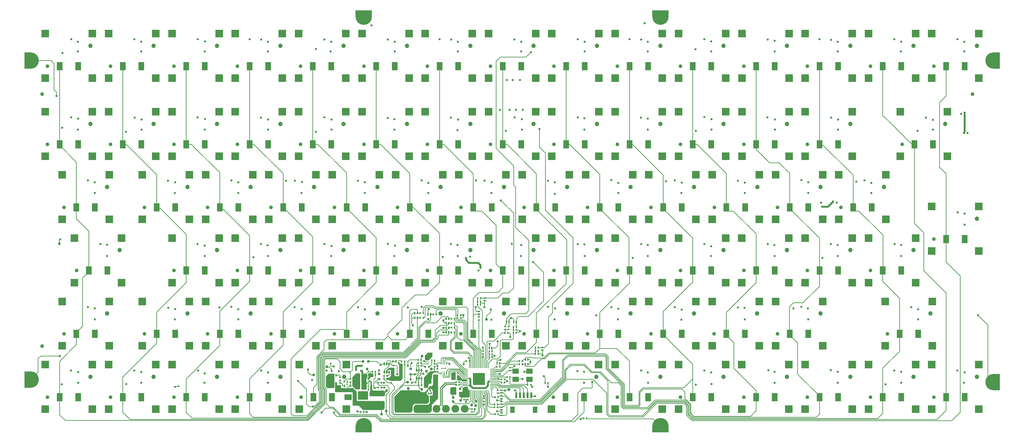
<source format=gbl>
G04*
G04 #@! TF.GenerationSoftware,Altium Limited,Altium Designer,24.2.2 (26)*
G04*
G04 Layer_Physical_Order=4*
G04 Layer_Color=16711680*
%FSLAX44Y44*%
%MOMM*%
G71*
G04*
G04 #@! TF.SameCoordinates,2B7E99FB-4F0D-402E-9D71-9E8D4FD60802*
G04*
G04*
G04 #@! TF.FilePolarity,Positive*
G04*
G01*
G75*
%ADD11C,0.2000*%
%ADD12R,0.4800X0.3800*%
%ADD13R,0.3800X0.4800*%
%ADD18R,0.8000X0.6000*%
%ADD36C,1.0000*%
%ADD37C,0.7500*%
%ADD38C,0.5000*%
%ADD39C,0.3000*%
%ADD40C,2.0800*%
%ADD41R,2.0800X2.0800*%
%ADD42R,2.0000X2.0000*%
%ADD43C,1.2000*%
%ADD44R,1.5500X2.2000*%
%ADD45C,2.2000*%
%ADD46C,0.6000*%
%ADD47C,0.5000*%
%ADD49R,0.8000X0.6300*%
%ADD50R,0.6300X0.8000*%
%ADD51R,1.0500X1.3500*%
%ADD52R,1.3500X1.0500*%
%ADD53R,3.8000X1.0000*%
%ADD54P,0.8202X4X270.0*%
%AMCUSTOMSHAPE55*
4,1,5,0.1550,-0.1400,-0.1550,-0.1400,-0.1550,0.1349,0.0301,0.3200,0.1550,0.3200,0.1550,-0.1400,0.0*%
%ADD55CUSTOMSHAPE55*%

%AMCUSTOMSHAPE56*
4,1,5,0.1550,0.1400,-0.1550,0.1400,-0.1550,-0.1349,0.0301,-0.3200,0.1550,-0.3200,0.1550,0.1400,0.0*%
%ADD56CUSTOMSHAPE56*%

%AMCUSTOMSHAPE57*
4,1,5,-0.1550,-0.1400,0.1550,-0.1400,0.1550,0.1349,-0.0301,0.3200,-0.1550,0.3200,-0.1550,-0.1400,0.0*%
%ADD57CUSTOMSHAPE57*%

%AMCUSTOMSHAPE58*
4,1,5,-0.1550,0.1400,0.1550,0.1400,0.1550,-0.1349,-0.0301,-0.3200,-0.1550,-0.3200,-0.1550,0.1400,0.0*%
%ADD58CUSTOMSHAPE58*%

%ADD59R,3.2000X3.2000*%
%ADD60O,0.8750X0.2000*%
%ADD61O,0.2000X0.8750*%
%ADD62R,1.7000X1.4000*%
%ADD63R,0.6000X1.5500*%
%ADD64R,1.2000X1.8000*%
%ADD65R,0.4000X0.7000*%
%ADD66R,0.7000X0.4000*%
%ADD67R,0.2500X0.9000*%
%ADD68R,1.6000X0.2000*%
%ADD69O,0.4500X0.8000*%
%ADD70R,0.6000X0.2500*%
%ADD71R,0.4500X0.8000*%
G04:AMPARAMS|DCode=72|XSize=0.25mm|YSize=0.4mm|CornerRadius=0.0625mm|HoleSize=0mm|Usage=FLASHONLY|Rotation=90.000|XOffset=0mm|YOffset=0mm|HoleType=Round|Shape=RoundedRectangle|*
%AMROUNDEDRECTD72*
21,1,0.2500,0.2750,0,0,90.0*
21,1,0.1250,0.4000,0,0,90.0*
1,1,0.1250,0.1375,0.0625*
1,1,0.1250,0.1375,-0.0625*
1,1,0.1250,-0.1375,-0.0625*
1,1,0.1250,-0.1375,0.0625*
%
%ADD72ROUNDEDRECTD72*%
G04:AMPARAMS|DCode=73|XSize=0.4mm|YSize=0.7mm|CornerRadius=0.1mm|HoleSize=0mm|Usage=FLASHONLY|Rotation=180.000|XOffset=0mm|YOffset=0mm|HoleType=Round|Shape=RoundedRectangle|*
%AMROUNDEDRECTD73*
21,1,0.4000,0.5000,0,0,180.0*
21,1,0.2000,0.7000,0,0,180.0*
1,1,0.2000,-0.1000,0.2500*
1,1,0.2000,0.1000,0.2500*
1,1,0.2000,0.1000,-0.2500*
1,1,0.2000,-0.1000,-0.2500*
%
%ADD73ROUNDEDRECTD73*%
G04:AMPARAMS|DCode=74|XSize=0.25mm|YSize=0.4mm|CornerRadius=0.0625mm|HoleSize=0mm|Usage=FLASHONLY|Rotation=0.000|XOffset=0mm|YOffset=0mm|HoleType=Round|Shape=RoundedRectangle|*
%AMROUNDEDRECTD74*
21,1,0.2500,0.2750,0,0,0.0*
21,1,0.1250,0.4000,0,0,0.0*
1,1,0.1250,0.0625,-0.1375*
1,1,0.1250,-0.0625,-0.1375*
1,1,0.1250,-0.0625,0.1375*
1,1,0.1250,0.0625,0.1375*
%
%ADD74ROUNDEDRECTD74*%
G04:AMPARAMS|DCode=75|XSize=0.4mm|YSize=0.7mm|CornerRadius=0.1mm|HoleSize=0mm|Usage=FLASHONLY|Rotation=90.000|XOffset=0mm|YOffset=0mm|HoleType=Round|Shape=RoundedRectangle|*
%AMROUNDEDRECTD75*
21,1,0.4000,0.5000,0,0,90.0*
21,1,0.2000,0.7000,0,0,90.0*
1,1,0.2000,0.2500,0.1000*
1,1,0.2000,0.2500,-0.1000*
1,1,0.2000,-0.2500,-0.1000*
1,1,0.2000,-0.2500,0.1000*
%
%ADD75ROUNDEDRECTD75*%
%ADD76C,0.2860*%
G36*
X926587Y132792D02*
X926493Y132566D01*
Y130577D01*
X926998Y129360D01*
Y125417D01*
X925433Y123853D01*
X925330Y123750D01*
X925000Y123750D01*
X924535Y122955D01*
X924674Y122816D01*
X924674Y122615D01*
Y113378D01*
X925000Y113052D01*
Y112250D01*
X925802D01*
X926313Y111738D01*
X932848D01*
X932929Y110491D01*
X931739Y109221D01*
X926993D01*
X926522Y108750D01*
X925000D01*
Y102250D01*
X925342D01*
Y95567D01*
X922454Y92679D01*
X913112D01*
X910650Y95142D01*
Y129918D01*
X910819D01*
X916807Y135906D01*
X923473D01*
X926587Y132792D01*
D02*
G37*
G36*
X936150Y136600D02*
X942191D01*
X943152Y135639D01*
Y128090D01*
X941563Y126500D01*
X936415D01*
X933107Y123191D01*
Y119292D01*
X927003D01*
Y122539D01*
X928440Y123975D01*
X928440Y123975D01*
X928705Y124372D01*
X928882Y124637D01*
X929037Y125417D01*
D01*
Y125417D01*
Y129360D01*
X928882Y130140D01*
X928882Y130140D01*
X928583Y130861D01*
Y132575D01*
X928626Y132792D01*
X928583Y133010D01*
Y135608D01*
X929893Y136918D01*
X936150D01*
Y136600D01*
D02*
G37*
G36*
X837897Y125084D02*
Y113167D01*
X837863Y112992D01*
X837890Y98818D01*
X836073Y97000D01*
X819000D01*
X814756Y101244D01*
Y127829D01*
X822181Y135254D01*
X837897D01*
Y125084D01*
D02*
G37*
G36*
X907517Y134457D02*
Y94964D01*
X906619Y93309D01*
X895864D01*
X886208Y102964D01*
Y126208D01*
X896225Y136225D01*
X905748D01*
X907517Y134457D01*
D02*
G37*
G36*
X939000Y103679D02*
Y102250D01*
X939964D01*
Y92304D01*
X942649Y89619D01*
X970343D01*
X973883Y86079D01*
X973901D01*
Y76901D01*
X971749Y74749D01*
X933003D01*
Y86701D01*
X934271Y88178D01*
Y102250D01*
X935000D01*
Y104615D01*
X938064D01*
X939000Y103679D01*
D02*
G37*
G36*
X928643Y66340D02*
X927303Y65000D01*
X903054D01*
X901740Y66315D01*
X901717Y87101D01*
X902614Y88000D01*
X928570D01*
X928643Y66340D01*
D02*
G37*
G36*
X884411Y65784D02*
X882949Y64321D01*
X866323D01*
X864995Y65649D01*
Y79402D01*
X884411Y79402D01*
Y65784D01*
D02*
G37*
G36*
X844397Y112132D02*
Y105632D01*
X845345Y104482D01*
X855816D01*
Y97945D01*
X856615Y96941D01*
X863332Y96942D01*
X863674Y96874D01*
X865674D01*
X866017Y96943D01*
X869990Y96943D01*
X870299Y96882D01*
X873049D01*
X873359Y96943D01*
X887969Y96945D01*
X898000Y86914D01*
Y63558D01*
X899421Y62000D01*
X971000D01*
X972969Y60031D01*
X973229D01*
Y42229D01*
X968000Y37000D01*
X926858D01*
X925789Y37442D01*
X923800D01*
X922732Y37000D01*
X916149D01*
X903916Y48794D01*
X887293D01*
Y85941D01*
X841067D01*
X839952Y87527D01*
X839902Y112996D01*
X843495Y113027D01*
X844397Y112132D01*
D02*
G37*
G36*
X1102223Y181849D02*
X1091792Y171418D01*
X1084595Y171418D01*
X1084184Y171829D01*
X1084107Y172016D01*
X1082700Y173422D01*
X1082513Y173500D01*
X1082031Y173981D01*
X1082032Y184688D01*
X1089343Y192000D01*
X1102223D01*
Y181849D01*
D02*
G37*
G36*
X1013147Y167122D02*
X1013103Y162878D01*
X1013424Y162344D01*
X1021415D01*
X1021712Y162047D01*
Y121712D01*
X1016000Y116000D01*
X988295D01*
X985543Y118752D01*
X978534D01*
X978050Y119236D01*
Y124014D01*
X978490Y124453D01*
X985191D01*
X990201Y129462D01*
Y144690D01*
X988827Y146064D01*
X985599D01*
X985500Y146083D01*
X985401Y146064D01*
X983560D01*
X981292Y143795D01*
Y142380D01*
X981167Y141750D01*
Y138250D01*
X981292Y137620D01*
Y137414D01*
X979895Y136018D01*
X978050D01*
X976717Y137351D01*
Y137667D01*
X976833Y138250D01*
Y141750D01*
X976717Y142333D01*
Y144391D01*
X984327Y152001D01*
X999454D01*
X999978Y151385D01*
Y130873D01*
X1002061Y128790D01*
X1010862Y128771D01*
X1012185Y130622D01*
Y158380D01*
X1008960Y163157D01*
Y167091D01*
X1009238Y167369D01*
X1009362D01*
X1009633Y167315D01*
X1012383D01*
X1012654Y167369D01*
X1012900D01*
X1013147Y167122D01*
D02*
G37*
G36*
X1118377Y142570D02*
Y138709D01*
X1106597Y138709D01*
X1101052Y133191D01*
Y123262D01*
X1099880Y122089D01*
Y108868D01*
Y108254D01*
X1091925D01*
X1090886Y101786D01*
X1088278Y97628D01*
X1087980Y97330D01*
X1079991D01*
X1079220Y98101D01*
Y125469D01*
X1096348Y142597D01*
X1118377Y142570D01*
D02*
G37*
G36*
X1090550Y89985D02*
Y88102D01*
X1088848Y86400D01*
X1087630D01*
Y85182D01*
X1086851Y84403D01*
Y80509D01*
X1087630D01*
Y77600D01*
X1090668D01*
X1092497Y75771D01*
Y59285D01*
X1087759Y54548D01*
X1054594D01*
X1049077Y49031D01*
Y36180D01*
X1044787Y30353D01*
X1005636D01*
X999413Y36576D01*
Y73413D01*
X1017000Y91000D01*
X1067000Y91000D01*
X1072624Y85376D01*
X1081528D01*
X1088343Y92191D01*
X1090550Y89985D01*
D02*
G37*
G36*
X1117602Y68269D02*
X1100061Y50728D01*
Y35326D01*
X1094416Y29680D01*
X1056519D01*
X1051000Y35199D01*
Y35571D01*
X1051057Y35691D01*
X1051068Y35938D01*
X1051116Y36180D01*
Y46696D01*
X1056420Y52000D01*
X1090766Y52069D01*
X1095271Y56573D01*
Y75538D01*
X1096118Y76385D01*
X1101430D01*
X1102992Y77947D01*
Y90654D01*
X1098646Y95000D01*
X1095863D01*
X1095480Y94617D01*
X1095351Y94591D01*
X1094689Y94149D01*
X1094689Y94149D01*
X1093444Y92904D01*
X1092580Y92437D01*
X1091715Y92904D01*
X1090470Y94149D01*
X1090470Y94149D01*
X1090253Y94295D01*
X1090245Y94313D01*
Y95578D01*
X1090350Y95771D01*
X1090470Y95851D01*
X1090470Y95851D01*
X1092322Y97702D01*
X1092764Y98364D01*
X1092866Y98879D01*
X1094279Y100293D01*
X1094279Y101893D01*
X1095830Y101908D01*
X1100259Y101951D01*
X1104063Y106215D01*
Y132349D01*
X1104714Y133000D01*
X1117602D01*
Y68269D01*
D02*
G37*
G36*
X1166571Y98748D02*
X1166571Y78634D01*
X1152504D01*
X1150000Y81138D01*
Y95777D01*
X1153022Y98799D01*
X1166571Y98748D01*
D02*
G37*
G36*
X1197623Y99382D02*
Y94670D01*
X1197540Y94587D01*
X1202144Y89984D01*
X1202611D01*
Y86705D01*
Y73807D01*
X1199725Y70921D01*
X1178079D01*
X1173787Y75213D01*
Y86604D01*
X1173797Y86608D01*
X1181469D01*
X1183170Y88309D01*
Y96422D01*
X1186769Y100021D01*
X1196465D01*
X1197623Y99382D01*
D02*
G37*
G36*
X1164950Y138139D02*
Y118767D01*
X1153233D01*
X1152545Y119455D01*
Y137832D01*
X1154081Y139368D01*
X1163689Y139396D01*
X1164950Y138139D01*
D02*
G37*
G36*
X1178809Y125396D02*
X1184137Y120069D01*
X1185735D01*
X1185974Y120021D01*
X1193508D01*
Y114154D01*
X1183895D01*
X1181143Y116907D01*
X1177874D01*
Y117307D01*
X1170581D01*
X1169050Y118838D01*
Y131361D01*
X1169089Y131400D01*
X1172806D01*
X1178809Y125396D01*
D02*
G37*
G36*
G01X2632050Y1002490D02*
G01Y958490D01*
G01X2615050D01*
G01Y958490D01*
G02Y1002490I0J22000D01*
G01Y1002490D01*
G01X2632050D01*
D02*
G37*
G36*
G01Y134790D02*
G01Y90790D01*
G01X2615050D01*
G01Y90790D01*
G02Y134790I0J22000D01*
G01Y134790D01*
G01X2632050D01*
D02*
G37*
G36*
G01X1695030Y1115890D02*
G01X1739030D01*
G01Y1098890D01*
G01X1739030D01*
G02X1695030I-22000J0D01*
G01X1695030D01*
G01Y1115890D01*
D02*
G37*
G36*
G01X895030D02*
G01X939030D01*
G01Y1098890D01*
G01X939030D01*
G02X895030I-22000J0D01*
G01X895030D01*
G01Y1115890D01*
D02*
G37*
G36*
G01X1739030Y-23060D02*
G01X1695030D01*
G01Y-6060D01*
G01X1695030D01*
G02X1739030I22000J0D01*
G01X1739030D01*
G01Y-23060D01*
D02*
G37*
G36*
G01X939030D02*
G01X895030D01*
G01Y-6060D01*
G01X895030D01*
G02X939030I22000J0D01*
G01X939030D01*
G01Y-23060D01*
D02*
G37*
G36*
G01X2000Y958490D02*
G01Y1002490D01*
G01X19000D01*
G01Y1002490D01*
G02Y958490I0J-22000D01*
G01Y958490D01*
G01X2000D01*
D02*
G37*
G36*
G01Y97640D02*
G01Y141640D01*
G01X19000D01*
G01Y141640D01*
G02Y97640I0J-22000D01*
G01Y97640D01*
G01X2000D01*
D02*
G37*
D11*
X1474000Y161000D02*
X1512243D01*
X1462000Y144757D02*
X1475243Y158000D01*
X1511000D02*
X1531000Y138000D01*
X1512243Y161000D02*
X1532243Y141000D01*
X1459000Y146000D02*
X1474000Y161000D01*
X1475243Y158000D02*
X1511000D01*
X19000Y980490D02*
X73510D01*
X82000Y902000D02*
X89000Y895000D01*
X82000Y902000D02*
Y972000D01*
X73510Y980490D02*
X82000Y972000D01*
X89000Y885000D02*
Y895000D01*
X1249000Y177856D02*
Y222828D01*
X1250172Y224000D02*
X1269000D01*
X1249000Y222828D02*
X1250172Y224000D01*
X1245672Y174528D02*
X1249000Y177856D01*
X1135500Y129754D02*
Y136050D01*
Y129754D02*
X1136672Y128582D01*
X1145050D01*
X1130500Y127500D02*
Y136050D01*
Y127500D02*
X1132876Y125124D01*
X1145834D01*
X1107886Y148184D02*
Y154067D01*
X1114896Y161967D02*
X1116879Y163950D01*
X1107886Y161967D02*
X1114896D01*
X1107886Y170616D02*
X1108149Y170879D01*
X1107886Y161967D02*
Y170616D01*
X1098409Y148184D02*
X1108000D01*
Y143000D02*
Y148184D01*
X1115965Y156966D02*
X1116000Y157000D01*
X1115965Y148495D02*
Y156966D01*
X1100249Y160899D02*
Y170879D01*
X1093600Y154250D02*
X1100249Y160899D01*
X1092518Y154250D02*
X1093600D01*
X1116879Y163950D02*
X1125500D01*
X1108000Y143000D02*
X1110405Y140595D01*
X1115965D01*
X1117000Y137500D02*
Y140595D01*
X980268Y170000D02*
X987457D01*
X990538Y160634D02*
Y166919D01*
X987457Y170000D02*
X990538Y166919D01*
Y160634D02*
X992840Y158332D01*
X979096Y168828D02*
X980268Y170000D01*
X979096Y162096D02*
Y168828D01*
X1004355Y168418D02*
X1004457Y168315D01*
X995511Y168469D02*
X995562Y168418D01*
X1004355D01*
X979000Y162000D02*
X979096Y162096D01*
X1062578Y117000D02*
X1062582Y117004D01*
X1064479D01*
X1058222Y117000D02*
X1062578D01*
X960000Y44000D02*
X964763Y39237D01*
Y26769D02*
Y39237D01*
X1055000Y134000D02*
X1060754D01*
X1044000D02*
X1055000D01*
X1084530Y84950D02*
X1089330Y89750D01*
X929921Y105500D02*
X930000D01*
X929671Y105250D02*
X929921Y105500D01*
X929671Y92869D02*
Y105250D01*
X1028173Y112173D02*
X1034173D01*
X1035000Y113000D01*
X1028173Y112173D02*
X1028250Y112250D01*
X1027415Y112173D02*
X1028173D01*
X993000Y77757D02*
X1027415Y112173D01*
X1367751Y104772D02*
X1368944D01*
X1370235Y100765D02*
Y103482D01*
X1368944Y104772D02*
X1370235Y103482D01*
X1366906Y105617D02*
X1367751Y104772D01*
X1366906Y105617D02*
Y106937D01*
X989342Y14658D02*
X1234658D01*
X978000Y26000D02*
X989342Y14658D01*
X951591Y25463D02*
X965396Y11658D01*
X962911Y5658D02*
X1484901D01*
X949106Y19463D02*
X962911Y5658D01*
X950348Y22463D02*
X964153Y8658D01*
X1477487D01*
X1236658Y11658D02*
X1246127Y21127D01*
X1484901Y5658D02*
X1511290Y32047D01*
X1477487Y8658D02*
X1494000Y25172D01*
X1234658Y14658D02*
X1243000Y23000D01*
X965396Y11658D02*
X1236658D01*
X993454Y18546D02*
X1229546D01*
X1235000Y24000D01*
X987000Y25000D02*
X993454Y18546D01*
X1219172Y26622D02*
X1226000Y33450D01*
X996000Y30545D02*
X999923Y26622D01*
X1220414Y23622D02*
X1229000Y32207D01*
X998681Y23622D02*
X1220414D01*
X999923Y26622D02*
X1219172D01*
X993000Y29302D02*
X998681Y23622D01*
X987000Y25000D02*
Y80000D01*
X1000000Y93000D02*
Y101000D01*
X987000Y80000D02*
X1000000Y93000D01*
X1023471Y103986D02*
X1065319D01*
X993000Y29302D02*
Y77757D01*
X996000Y30545D02*
Y76515D01*
X990000Y111000D02*
X1000000Y101000D01*
X996000Y76515D02*
X1023471Y103986D01*
X1105000Y319000D02*
X1109000Y315000D01*
X1077280Y312280D02*
X1084000Y319000D01*
X1105000D01*
X1077280Y298788D02*
Y312280D01*
X1193249Y315000D02*
X1197957Y310293D01*
X1109000Y315000D02*
X1193249D01*
X1167000Y312000D02*
X1170287Y308713D01*
X1085931Y314688D02*
X1103312D01*
X1106000Y312000D02*
X1167000D01*
X1113587Y308587D02*
X1164828D01*
X1166000Y307416D01*
Y282000D02*
Y307416D01*
X1103312Y314688D02*
X1106000Y312000D01*
X1112377Y307377D02*
X1113587Y308587D01*
X1083000Y311757D02*
X1085931Y314688D01*
X1274000Y135000D02*
X1284000D01*
X1262045Y131080D02*
X1270080D01*
X1274000Y135000D01*
X978000Y79000D02*
X985469Y86469D01*
X979000Y104000D02*
X985469Y97531D01*
Y86469D02*
Y97531D01*
X958318Y104000D02*
X979000D01*
X981000Y111000D02*
X989000D01*
X990000D01*
X972934Y119066D02*
X981000Y111000D01*
X978000Y35000D02*
Y79000D01*
X972050Y121593D02*
Y129000D01*
X972034Y121593D02*
X972934Y120693D01*
Y119066D02*
Y120693D01*
X963952Y110997D02*
X971994D01*
X963950Y111000D02*
X963952Y110997D01*
X971994D02*
X971996Y110995D01*
X978000Y26000D02*
Y35000D01*
X1232625Y44374D02*
X1235000Y42000D01*
Y24000D02*
Y42000D01*
X1232625Y44374D02*
Y68375D01*
X1229670Y71330D02*
X1232625Y68375D01*
X1225670Y70330D02*
X1229000Y67000D01*
Y32207D02*
Y67000D01*
X1226000Y33450D02*
Y64658D01*
X1221670Y68988D02*
X1226000Y64658D01*
X1236000Y48000D02*
X1243000Y41000D01*
Y23000D02*
Y41000D01*
X1236000Y48000D02*
Y71000D01*
X1246127Y21127D02*
Y77218D01*
X963950Y98000D02*
X964033Y98083D01*
X972227D02*
X972310Y98166D01*
X964033Y98083D02*
X972227D01*
X815612Y55139D02*
Y94844D01*
Y55139D02*
X825652Y45099D01*
X834564D01*
X793698Y91302D02*
X797612Y87388D01*
Y60612D02*
Y87388D01*
X764728Y15000D02*
X806612Y56884D01*
X803612Y58127D02*
Y89873D01*
X800612Y59369D02*
Y88631D01*
X763485Y18000D02*
X803612Y58127D01*
X811698Y98758D02*
X815612Y94844D01*
X767213Y9000D02*
X812612Y54399D01*
X802698Y95030D02*
X806612Y91116D01*
Y56884D02*
Y91116D01*
X808698Y97515D02*
X812612Y93601D01*
X765971Y12000D02*
X809612Y55641D01*
X799698Y93788D02*
X803612Y89873D01*
X812612Y54399D02*
Y93601D01*
X796698Y92545D02*
X800612Y88631D01*
X763243Y22000D02*
X800612Y59369D01*
X809612Y55641D02*
Y92359D01*
X784765Y47765D02*
X797612Y60612D01*
X805698Y96273D02*
X809612Y92359D01*
X796698Y92545D02*
Y179212D01*
X793698Y91302D02*
Y180455D01*
X799698Y93788D02*
Y177970D01*
X811698Y98758D02*
Y172999D01*
X808698Y97515D02*
Y174242D01*
X802698Y95030D02*
Y176727D01*
X805698Y96273D02*
Y175485D01*
X790698Y106698D02*
Y181698D01*
X781290Y72300D02*
Y97290D01*
X790698Y106698D01*
X454000Y15000D02*
X764728D01*
X618451Y18000D02*
X763485D01*
X112000Y9000D02*
X767213D01*
X286858Y12000D02*
X765971D01*
X780765Y47765D02*
X784765D01*
X727000Y22000D02*
X763243D01*
X808698Y174242D02*
X812456Y178000D01*
X811698Y172999D02*
X813698Y175000D01*
X802698Y176727D02*
X809970Y184000D01*
X805698Y175485D02*
X811213Y181000D01*
X813698Y175000D02*
X845778D01*
X799698Y177970D02*
X808728Y187000D01*
X780000Y47000D02*
X780765Y47765D01*
X769000Y47000D02*
X780000D01*
X844537Y19463D02*
X949106D01*
X837382Y30353D02*
X837757Y29978D01*
Y26243D02*
X844537Y19463D01*
X837757Y26243D02*
Y29978D01*
X1027415Y159785D02*
Y168803D01*
Y112250D02*
Y159785D01*
X1553470Y243040D02*
Y300381D01*
X721000Y28000D02*
Y175000D01*
Y28000D02*
X727000Y22000D01*
X740000Y116000D02*
X763000Y93000D01*
Y53000D02*
X769000Y47000D01*
X763000Y53000D02*
Y93000D01*
X796698Y179212D02*
X807485Y190000D01*
X790698Y181698D02*
X810000Y201000D01*
X793698Y180455D02*
X806243Y193000D01*
X811213Y181000D02*
X1029087D01*
X808728Y187000D02*
X1026601D01*
X812456Y178000D02*
X1030329D01*
X807485Y190000D02*
X1025359D01*
X809970Y184000D02*
X1027844D01*
X810000Y201000D02*
Y220000D01*
X806243Y193000D02*
X1023991D01*
X845778Y175000D02*
X853000Y167778D01*
X863790Y253040D02*
X869370Y247460D01*
X862618Y255000D02*
X863790Y253828D01*
X801000Y255000D02*
X862618D01*
X870540Y243040D02*
Y247460D01*
Y301540D01*
X869370Y247460D02*
X870540D01*
X863790Y253040D02*
Y253828D01*
X810000Y220000D02*
X817000Y227000D01*
X972587D01*
X982293Y236707D01*
X1030329Y178000D02*
X1072556Y220226D01*
X1026601Y187000D02*
X1068000Y228399D01*
X1029087Y181000D02*
X1071313Y223227D01*
X1023991Y193000D02*
X1061830Y230839D01*
X1027844Y184000D02*
X1070071Y226227D01*
X1025359Y190000D02*
X1064830Y229471D01*
X1068000Y228399D02*
Y259074D01*
X1064830Y229471D02*
Y260147D01*
X1068000Y259074D02*
X1081926Y273000D01*
X1064830Y260147D02*
X1081683Y277000D01*
X1102879Y226227D02*
X1110000Y233348D01*
X1071313Y223227D02*
X1104121D01*
X1113074Y232179D01*
X1072556Y220226D02*
X1106042D01*
X1070071Y226227D02*
X1102879D01*
X1106042Y220226D02*
X1117000Y231184D01*
X1169269Y233893D02*
X1177162Y226000D01*
X1185781D02*
X1213670Y198111D01*
X1177162Y226000D02*
X1185781D01*
X1188000Y228023D02*
X1217670Y198354D01*
X1194957Y229552D02*
X1225670Y198839D01*
X1191957Y228310D02*
X1221670Y198596D01*
Y155455D02*
Y198596D01*
X1229670Y155455D02*
Y199081D01*
X1194957Y229552D02*
Y272965D01*
X1197957Y230795D02*
X1229670Y199081D01*
X1217670Y155455D02*
Y198354D01*
X1225670Y155455D02*
Y198839D01*
X1188000Y228023D02*
Y269000D01*
X1197957Y230795D02*
Y310293D01*
X1213670Y155455D02*
Y198111D01*
X1191957Y228310D02*
Y270043D01*
X1153053Y201419D02*
Y222162D01*
X1150053Y200177D02*
Y223405D01*
Y200177D02*
X1159617Y190613D01*
X1197154D01*
X1160860Y193613D02*
X1198397D01*
X1153053Y201419D02*
X1160860Y193613D01*
X1198397D02*
X1209670Y182339D01*
X1197154Y190613D02*
X1205671Y182096D01*
X1227075Y206914D02*
X1233670Y200319D01*
X1227075Y206914D02*
Y280703D01*
X1233670Y155455D02*
Y200319D01*
X1269000Y224000D02*
X1290317Y245317D01*
X1296652D01*
X1328137Y192000D02*
X1355000D01*
X1382000Y219000D02*
Y242310D01*
X1355000Y192000D02*
X1382000Y219000D01*
X1581000Y22000D02*
X1668757D01*
X1572000Y26757D02*
Y83409D01*
X1670000Y19000D02*
X1706368Y55368D01*
X1579757Y19000D02*
X1670000D01*
X1575381Y27619D02*
Y116376D01*
Y27619D02*
X1581000Y22000D01*
X1572000Y26757D02*
X1579757Y19000D01*
X1573000Y149834D02*
Y180757D01*
X1570000Y148592D02*
Y179515D01*
X1466500Y185500D02*
X1568257D01*
X1467743Y182500D02*
X1567015D01*
X1576000Y151077D02*
Y182000D01*
X1417500Y188500D02*
X1569500D01*
X1568257Y185500D02*
X1573000Y180757D01*
X1569500Y188500D02*
X1576000Y182000D01*
X1567015Y182500D02*
X1570000Y179515D01*
X1371000Y178000D02*
X1402757D01*
X1369423Y179578D02*
X1371000Y178000D01*
X1354400Y179578D02*
X1369423D01*
X1353228Y173939D02*
Y178406D01*
X1354400Y179578D01*
X1352591Y173301D02*
X1353228Y173939D01*
X1402757Y178000D02*
X1416257Y191500D01*
X1396000Y175000D02*
X1404000D01*
X1375790Y154790D02*
X1396000Y175000D01*
X1404000D02*
X1417500Y188500D01*
X1398756Y199002D02*
X1399000Y198758D01*
X1387766Y189202D02*
X1396798D01*
X1399000Y187000D01*
Y198758D01*
Y184578D02*
Y187000D01*
X1353763Y154790D02*
X1375790D01*
X1416257Y191500D02*
X1541499D01*
X1576000Y151077D02*
X1620000Y107077D01*
X1573000Y149834D02*
X1617000Y105834D01*
X1570000Y148592D02*
X1614000Y104592D01*
X1531000Y138000D02*
X1553757D01*
X1532243Y141000D02*
X1555000D01*
X1553757Y138000D02*
X1575381Y116376D01*
X1584825Y111175D02*
X1603174D01*
X1555000Y141000D02*
X1584825Y111175D01*
X1459000Y123515D02*
Y146000D01*
X1603174Y111175D02*
X1611000Y103349D01*
X1462000Y122272D02*
Y144757D01*
X1804250Y121336D02*
Y160750D01*
X1731960Y233040D02*
X1804250Y160750D01*
X1724200Y239790D02*
X1730950Y233040D01*
X1731960D01*
X1724200Y239790D02*
Y303200D01*
X1321000Y644000D02*
X1326581Y638419D01*
Y530419D02*
Y638419D01*
X1321000Y644000D02*
Y696000D01*
X1273652Y743349D02*
Y978652D01*
Y743349D02*
X1321000Y696000D01*
X2612550Y980490D02*
Y982990D01*
X1325000Y91000D02*
X1329000Y87000D01*
Y76907D02*
Y87000D01*
X1337305Y97802D02*
X1338476Y96630D01*
X1283198Y97802D02*
X1337305D01*
X1338476Y77348D02*
Y96630D01*
X1342198Y100802D02*
X1348000Y95000D01*
Y73292D02*
Y95000D01*
X1369476Y75000D02*
X1379000D01*
X1368476Y76000D02*
X1369476Y75000D01*
X1359000Y74095D02*
Y94000D01*
X1349198Y103802D02*
X1359000Y94000D01*
X851507Y131000D02*
X853165Y129342D01*
X842147Y132084D02*
X843231Y131000D01*
X851507D01*
X1161450Y283622D02*
X1162185Y282887D01*
Y279815D02*
Y282887D01*
Y279815D02*
X1168342Y273658D01*
X1183342D02*
X1188000Y269000D01*
X1168342Y273658D02*
X1183342D01*
X1171000Y277000D02*
X1185000D01*
X1191957Y270043D01*
X1166000Y282000D02*
X1171000Y277000D01*
X1172295Y280706D02*
X1187216D01*
X1194957Y272965D01*
X1171121Y281879D02*
Y284000D01*
Y281879D02*
X1172295Y280706D01*
X1170221Y284900D02*
X1171121Y284000D01*
X1170240Y284919D02*
Y293173D01*
X1170221Y284900D02*
X1170240Y284919D01*
Y293173D02*
X1170258Y293192D01*
X1083000Y288605D02*
Y311757D01*
X1170287Y295430D02*
Y308713D01*
X1092000Y308918D02*
Y309688D01*
X1089927Y306844D02*
X1092000Y308918D01*
X1089927Y295982D02*
Y306844D01*
X1185971Y287762D02*
Y293762D01*
X1183315Y285105D02*
X1185971Y287762D01*
X1169269Y233893D02*
Y263000D01*
X1163786Y264214D02*
X1168055D01*
X1169269Y263000D01*
X1161450Y266550D02*
X1163786Y264214D01*
X1161450Y266550D02*
Y271523D01*
X1170269Y295412D02*
X1170287Y295430D01*
X1081926Y273000D02*
X1112000D01*
X1128521Y289521D01*
X1143828D01*
X1145000Y284695D02*
X1146000Y283696D01*
X1143828Y289521D02*
X1145000Y288350D01*
Y284695D02*
Y288350D01*
X1096927Y279098D02*
Y295982D01*
X1094828Y277000D02*
X1096927Y279098D01*
X1081683Y277000D02*
X1094828D01*
X1112377Y295610D02*
Y307377D01*
X1077280Y286605D02*
X1081000D01*
X1083000Y288605D01*
X1299082Y90000D02*
X1301059Y91976D01*
X1309104D01*
X1277920Y103080D02*
X1283198Y97802D01*
X1278669Y111080D02*
X1285947Y103802D01*
X1284704Y100802D02*
X1342198D01*
X1285947Y103802D02*
X1349198D01*
X1278426Y107080D02*
X1284704Y100802D01*
X1298000Y90000D02*
X1299082D01*
X1288821Y74629D02*
X1298371D01*
X1310982Y62018D01*
X1393260D01*
X1293816Y83513D02*
X1312311Y65018D01*
X1392018D01*
X1288257Y83513D02*
X1293816D01*
X1304435Y53000D02*
X1396970D01*
X1302919Y51484D02*
X1304435Y53000D01*
X1396970D02*
X1464349Y120379D01*
X1302919Y26174D02*
Y51484D01*
X1303210Y56018D02*
X1395746D01*
X1293075Y45883D02*
X1303210Y56018D01*
X1289208Y45883D02*
X1293075D01*
X1279038Y44946D02*
X1288270D01*
X1289208Y45883D01*
X1288270Y53094D02*
X1295681D01*
X1301605Y59018D01*
X1394503D01*
X1392018Y65018D02*
X1453000Y126000D01*
X1393260Y62018D02*
X1456000Y124757D01*
X1299564Y22819D02*
X1302919Y26174D01*
X1394503Y59018D02*
X1459000Y123515D01*
X1395746Y56018D02*
X1462000Y122272D01*
X1281176Y75286D02*
X1288164D01*
X1288821Y74629D01*
X1288268Y22819D02*
X1299564D01*
X1282218D02*
X1288268D01*
X864547Y114011D02*
X865447Y114911D01*
X869895Y120950D02*
X881000D01*
X865447Y116502D02*
X869895Y120950D01*
X865447Y114911D02*
Y116502D01*
X1091425Y163376D02*
Y167035D01*
X1074329Y162205D02*
X1090253D01*
X1091425Y163376D01*
X1259681Y26319D02*
X1271318D01*
X1249352Y36648D02*
Y78394D01*
Y36648D02*
X1259681Y26319D01*
X1277220Y53000D02*
X1288176D01*
X1259000D02*
X1269320D01*
X1359007Y107437D02*
Y115506D01*
X1363500Y120000D01*
X1313000Y107000D02*
X1358569D01*
X1359007Y107437D01*
X1138614Y269869D02*
Y272957D01*
X1138498Y259000D02*
X1139003Y258495D01*
X1082925Y167209D02*
X1086971D01*
X1087159Y167020D01*
X1370235Y100765D02*
X1371000Y100000D01*
X1348265Y173301D02*
X1352591D01*
X1344573Y169608D02*
X1348265Y173301D01*
X1365155D02*
X1366326Y172129D01*
X1359591Y173301D02*
X1365155D01*
X1366326Y167362D02*
Y172129D01*
X853000Y148000D02*
Y167778D01*
X1061830Y230839D02*
Y286594D01*
X96000Y486000D02*
Y494898D01*
X98931Y497828D02*
Y498069D01*
X96000Y494898D02*
X98931Y497828D01*
X1298502Y262766D02*
Y267133D01*
X1301500Y270131D01*
Y284500D01*
X1320552Y245817D02*
Y253816D01*
Y230552D02*
Y245817D01*
Y253816D02*
Y261816D01*
X1288000Y227000D02*
X1317000D01*
X1320552Y230552D01*
X1284836Y183810D02*
Y223836D01*
X1288000Y227000D01*
X1297552Y246217D02*
Y246317D01*
X1296652Y245317D02*
X1297552Y246217D01*
X1278000Y211000D02*
Y223000D01*
X1298502Y254866D02*
X1307502D01*
X1297552Y246317D02*
X1298502Y247267D01*
Y254866D01*
X1307600Y262766D02*
X1308500Y263666D01*
Y275750D01*
X1307502Y262766D02*
X1307600D01*
X1328227Y262041D02*
Y275198D01*
X1328002Y275423D02*
X1328227Y275198D01*
Y262041D02*
X1328452Y261816D01*
X1360000Y290000D02*
X1402000Y332000D01*
Y409000D01*
X1334409Y290000D02*
X1360000D01*
X1328713Y276135D02*
Y284305D01*
X1334409Y290000D01*
X1328002Y275423D02*
X1328713Y276135D01*
X1353610Y297610D02*
X1362000Y306000D01*
X1314610Y297610D02*
X1353610D01*
X1301500Y284500D02*
X1314610Y297610D01*
X1308500Y282250D02*
X1310964Y284714D01*
X1313931D02*
X1314696Y285480D01*
X1315461Y284714D02*
X1319408D01*
X1321002Y283120D01*
X1308500Y275750D02*
Y282250D01*
X1310964Y284714D02*
X1313931D01*
X1314696Y285480D02*
X1315461Y284714D01*
X1321002Y275423D02*
Y283120D01*
X1305452Y245817D02*
X1305630Y245638D01*
X1309180D02*
X1312036Y242782D01*
Y234964D02*
Y242782D01*
X1305630Y245638D02*
X1309180D01*
X1268918Y184000D02*
X1270000D01*
X1267339Y182421D02*
X1268918Y184000D01*
X1263539Y182421D02*
X1267339D01*
X1262950Y180000D02*
Y188000D01*
X1255379Y206052D02*
X1255891Y206564D01*
Y215872D01*
X1256379Y216360D01*
X1262403Y205414D02*
X1272414D01*
X1278000Y211000D01*
X1262678Y196175D02*
Y205139D01*
X1262403Y205414D02*
X1262678Y205139D01*
Y196175D02*
X1262952Y195900D01*
X1249670Y170445D02*
X1254997Y175772D01*
X1254925Y188000D02*
Y195875D01*
X1249670Y155455D02*
Y170445D01*
X1254997Y175772D02*
Y179947D01*
X1254925Y180125D02*
Y188000D01*
X1254997Y179947D02*
X1255050Y180000D01*
X1245672Y155458D02*
Y174528D01*
X1253670Y164465D02*
X1264374Y175170D01*
X1277936D02*
X1284878Y182111D01*
X1264374Y175170D02*
X1277936D01*
X1253670Y155455D02*
Y164465D01*
X1284836Y183810D02*
X1284878Y183768D01*
Y182111D02*
Y183768D01*
X1276519Y170901D02*
X1277691Y172072D01*
X1276519Y163818D02*
Y170901D01*
X1277691Y172072D02*
X1285176D01*
X1285941Y172838D01*
X1241670Y174815D02*
X1245226Y178371D01*
X1224050Y321496D02*
Y338881D01*
X1237085Y220915D02*
X1245226Y212774D01*
Y178371D02*
Y212774D01*
X1241670Y160828D02*
Y174815D01*
Y155455D02*
Y160828D01*
X1237905Y179971D02*
X1238670Y180737D01*
X1238087Y180875D02*
Y188101D01*
X1238113Y197014D02*
X1238226Y196901D01*
X1238113Y197014D02*
Y205887D01*
X1238000Y206000D02*
X1238113Y205887D01*
X1243000Y323000D02*
Y332013D01*
X1243547Y332560D01*
X1231950Y321496D02*
Y325873D01*
X1240127D02*
X1243000Y323000D01*
X1231950Y325873D02*
X1240127D01*
X1231950D02*
Y330250D01*
X1243000Y315000D02*
Y323000D01*
X1247900Y290099D02*
X1259357Y301556D01*
X1247900Y281926D02*
Y290099D01*
X1259357Y301556D02*
Y309143D01*
X1220851Y303149D02*
X1227041D01*
X1219000Y305000D02*
Y315000D01*
Y305000D02*
X1220851Y303149D01*
X1224050Y321496D02*
X1224359Y321187D01*
Y317267D02*
X1237085Y304541D01*
Y220915D02*
Y304541D01*
X1224359Y317267D02*
Y321187D01*
X1227041Y296149D02*
X1227075Y296115D01*
Y288603D02*
Y296115D01*
X1212000Y240250D02*
Y243040D01*
X1217129Y296149D02*
X1227041D01*
X1212000Y240250D02*
X1218750Y233500D01*
X1212000Y291020D02*
Y339000D01*
Y243040D02*
Y291020D01*
X1217129Y296149D01*
X1278217Y339560D02*
X1291657Y353000D01*
X1307323D01*
X1243547Y339560D02*
X1278217D01*
X1307323Y353000D02*
X1321000Y366677D01*
Y569000D01*
X1279000Y355000D02*
X1292000Y368000D01*
X1228000Y355000D02*
X1279000D01*
X1212000Y339000D02*
X1228000Y355000D01*
X1237670Y155455D02*
Y177565D01*
X1237905Y177799D02*
Y179971D01*
X1237670Y177565D02*
X1237905Y177799D01*
X1242235Y314235D02*
X1243000Y315000D01*
X1205671Y166484D02*
Y182096D01*
X1209670Y155455D02*
Y182339D01*
X1153053Y222162D02*
X1165350Y234459D01*
X1150053Y223405D02*
X1161450Y234802D01*
Y246888D01*
X1165350Y234459D02*
Y255245D01*
X1200000Y176918D02*
X1201820Y175098D01*
Y169761D02*
Y175098D01*
X1200000Y176918D02*
Y178000D01*
X1201771Y169713D02*
X1201820Y169761D01*
X1205670Y166483D02*
X1205671Y166484D01*
X1205670Y155455D02*
Y166483D01*
X1161450Y259145D02*
Y259645D01*
Y259145D02*
X1165350Y255245D01*
X1117000Y231184D02*
Y236806D01*
X1119740Y239545D02*
X1143873D01*
X1117000Y236806D02*
X1119740Y239545D01*
X1113074Y232179D02*
Y244074D01*
X1110000Y233348D02*
Y252000D01*
X1113074Y244074D02*
X1122594Y253594D01*
X1110000Y252000D02*
X1123983Y265983D01*
X1143873Y239545D02*
X1146000Y241672D01*
Y247316D01*
X1147500D02*
X1152678D01*
X1132000Y259000D02*
X1138498D01*
X1132576Y275091D02*
X1134095Y273571D01*
X1132000Y279000D02*
X1132576Y278424D01*
X1134095Y273571D02*
X1138000D01*
X1132576Y275091D02*
Y278424D01*
X1134000Y283696D02*
X1139000D01*
X1132000Y279000D02*
X1132765Y279765D01*
Y282461D01*
X1134000Y283696D01*
X1141724Y253594D02*
X1146000Y257870D01*
X1122594Y253594D02*
X1141724D01*
X1146000Y257870D02*
Y259370D01*
Y271483D02*
X1153641D01*
X1123983Y265983D02*
X1142000D01*
X1146000Y269983D01*
Y271483D01*
X1146073Y283622D02*
X1153550D01*
X1138000Y273571D02*
X1138614Y272957D01*
X1178443Y293477D02*
X1185686D01*
X1178121Y285105D02*
X1183315D01*
X984184Y234816D02*
X991839Y227161D01*
X1029161D02*
X1034520Y232520D01*
X991839Y227161D02*
X1029161D01*
X1046390Y270692D02*
X1050000Y267082D01*
Y266000D02*
Y267082D01*
X1046390Y270692D02*
Y283144D01*
X1041270Y243040D02*
Y305880D01*
X1044930Y309540D01*
X1046390Y283144D02*
Y295610D01*
X1049840Y286594D02*
X1054830D01*
X1046390Y283144D02*
X1049840Y286594D01*
X1046390Y295610D02*
X1049563Y298783D01*
X1054830D01*
X1044930Y309540D02*
X1060659D01*
X1061830Y298783D02*
Y308368D01*
X1060659Y309540D02*
X1061830Y308368D01*
Y298783D02*
X1061835Y298788D01*
X1069380D01*
X982293Y243293D02*
X1020000Y281000D01*
Y313000D01*
X1055233Y348233D01*
X1087233D01*
X1121270Y382270D01*
X1061841Y286605D02*
X1069380D01*
X1061830Y286594D02*
X1061841Y286605D01*
X1152678Y247316D02*
X1153700Y246294D01*
X1154200D01*
X1299955Y163818D02*
X1328137Y192000D01*
X1382000Y242310D02*
X1382730Y243040D01*
X1415000Y216745D02*
Y288689D01*
X1404256Y206002D02*
X1415000Y216745D01*
Y288689D02*
X1426000Y299689D01*
Y324000D01*
X1481000Y379000D01*
X1398756Y206002D02*
X1404256D01*
X1398506Y205752D02*
X1398756Y206002D01*
X1387956Y205752D02*
X1398506D01*
X1387706Y205502D02*
X1387956Y205752D01*
X1379790Y189202D02*
Y197502D01*
X1379806D02*
Y205502D01*
X1379665Y189000D02*
X1379866Y189202D01*
X1286868Y146317D02*
X1329551Y189000D01*
X1379665D01*
X1359591Y161365D02*
X1365365D01*
X1366602Y162602D01*
Y166919D02*
X1366685Y167003D01*
X1366602Y162602D02*
Y166919D01*
X1366326Y167362D02*
X1366685Y167003D01*
X1352591Y155962D02*
Y161365D01*
Y155962D02*
X1353763Y154790D01*
X1344573Y169109D02*
Y169608D01*
X1352335Y161108D02*
X1352591Y161365D01*
X1344573Y161108D02*
X1352335D01*
X1288111Y143317D02*
X1313902Y169109D01*
X1336673D01*
X1310037Y161000D02*
X1336564D01*
X1289354Y140317D02*
X1310037Y161000D01*
X1362617Y142883D02*
X1363500Y142000D01*
X1362500Y141000D02*
X1363500Y142000D01*
X1283519Y163818D02*
X1299955D01*
X1283735Y154215D02*
Y163603D01*
Y154215D02*
X1283950Y154000D01*
X1283519Y163818D02*
X1283735Y163603D01*
X1140750Y136300D02*
Y142817D01*
X1146492Y148559D02*
X1175004D01*
X1140750Y142817D02*
X1146492Y148559D01*
X1149436Y139700D02*
X1152267Y142531D01*
X1145834Y125124D02*
X1149436Y128726D01*
Y139700D01*
X1140500Y136050D02*
X1140750Y136300D01*
X1146222Y129754D02*
Y141623D01*
X1150158Y145559D01*
X1145050Y128582D02*
X1146222Y129754D01*
X1152267Y142531D02*
X1172547D01*
X1125500Y163950D02*
Y176051D01*
X1128287Y178838D01*
X1158162D01*
X1130500Y163950D02*
Y174666D01*
X1131672Y175838D02*
X1156609D01*
X1130500Y174666D02*
X1131672Y175838D01*
X1158162Y178838D02*
X1189920Y147080D01*
X1135500Y171304D02*
X1137034Y172838D01*
X1154968D01*
X1135500Y163950D02*
Y171304D01*
X1154968Y172838D02*
X1188726Y139080D01*
X1156609Y175838D02*
X1189367Y143080D01*
X1276031Y153982D02*
X1276050Y154000D01*
X1276031D02*
X1276050D01*
X1272322Y153982D02*
X1276031D01*
X1265420Y147080D02*
X1272322Y153982D01*
X1274961Y120810D02*
X1280232D01*
X1273232Y119080D02*
X1274961Y120810D01*
X1268655Y135080D02*
X1273892Y140317D01*
X1272649Y143317D02*
X1288111D01*
X1267356Y143080D02*
X1270593Y146317D01*
X1268412Y139080D02*
X1272649Y143317D01*
X1270593Y146317D02*
X1286868D01*
X1273892Y140317D02*
X1289354D01*
X1262045Y139080D02*
X1268412D01*
X1262045Y135080D02*
X1268655D01*
X1262045Y147080D02*
X1265420D01*
X1262045Y143080D02*
X1267356D01*
X1326500Y142000D02*
X1328000D01*
X1275341Y126008D02*
X1303264D01*
X1270998Y127080D02*
X1273186Y129268D01*
X1272413Y123080D02*
X1275341Y126008D01*
X1273186Y129268D02*
X1292268D01*
X1262045Y127080D02*
X1270998D01*
X1311164Y108836D02*
X1313000Y107000D01*
X1311164Y108836D02*
Y126008D01*
X1311000Y144050D02*
X1324450D01*
X1326500Y142000D01*
X1292268Y129268D02*
X1306771Y143771D01*
X1310721D02*
X1311000Y144050D01*
X1306771Y143771D02*
X1310721D01*
X1280232Y120810D02*
X1280636Y120405D01*
X1296674Y119276D02*
X1299678D01*
X1303526Y115429D01*
X1295950Y120000D02*
X1296674Y119276D01*
X1295950Y112000D02*
X1296171Y112221D01*
X1299678D02*
X1302443Y114986D01*
X1296171Y112221D02*
X1299678D01*
X1303526Y114986D02*
Y115429D01*
X1280636Y120405D02*
X1287645D01*
X1288050Y120000D01*
X1262045Y119080D02*
X1273232D01*
X1280920Y115080D02*
X1282600Y113400D01*
X1262045Y115080D02*
X1280920D01*
X1282600Y113400D02*
X1287150D01*
X1288050Y112500D01*
Y112000D02*
Y112500D01*
X1262045Y123080D02*
X1272413D01*
X1350000Y141000D02*
X1362500D01*
X1326500Y120000D02*
X1327500Y121000D01*
X1345000D01*
X1311000Y151950D02*
X1318565D01*
X1322615Y156000D02*
X1323000D01*
X1318565Y151950D02*
X1322615Y156000D01*
X1255083Y115083D02*
X1262045D01*
Y111080D02*
X1278669D01*
X1262045Y107080D02*
X1278426D01*
X1262045Y103080D02*
X1277920D01*
X1288224Y64000D02*
Y68226D01*
Y64000D02*
Y64000D01*
X1288270D01*
X1276610D02*
X1288224D01*
X1066000Y123000D02*
X1066009Y123009D01*
X1065650Y122650D02*
X1066000Y123000D01*
X1288513Y90256D02*
X1297744D01*
X1298000Y90000D01*
X1288257Y90513D02*
X1288513Y90256D01*
X1278765Y83362D02*
X1288107D01*
X1288257Y83513D01*
X1278614Y83212D02*
X1278765Y83362D01*
X1278159Y91567D02*
Y94840D01*
X1273920Y99080D02*
X1278159Y94840D01*
Y91567D02*
X1278614Y91112D01*
X1262045Y99080D02*
X1273920D01*
X1270420Y71835D02*
X1271205D01*
X1262045Y73955D02*
X1264165Y71835D01*
X1270420D01*
X1262045Y73955D02*
Y95080D01*
X1270420Y71835D02*
X1270420Y71835D01*
X1279105D02*
X1280005Y72735D01*
Y74115D01*
X1281176Y75286D01*
X1288270Y60094D02*
Y64000D01*
X1288270Y64000D02*
X1288270Y64000D01*
X1253670Y83330D02*
X1256000Y81000D01*
X1253670Y83330D02*
Y86705D01*
X1256000Y56000D02*
Y81000D01*
Y56000D02*
X1259000Y53000D01*
X1288268Y33819D02*
Y37944D01*
Y29819D02*
Y33819D01*
X1276753D02*
X1288268D01*
X1276611Y33676D02*
X1276753Y33819D01*
X1255998Y45002D02*
X1269320D01*
X1252352Y48648D02*
X1255998Y45002D01*
X1252352Y48648D02*
Y79637D01*
X1279218Y25819D02*
X1282218Y22819D01*
X1279218Y25819D02*
Y26319D01*
X1249670Y82319D02*
Y86705D01*
Y82319D02*
X1252352Y79637D01*
X1241000Y75000D02*
Y75000D01*
X1241670Y81675D02*
Y86705D01*
X1245670Y82077D02*
X1249352Y78394D01*
X1245670Y82077D02*
Y86705D01*
X1237670Y78330D02*
X1241000Y75000D01*
X1241670Y81675D02*
X1246127Y77218D01*
X1237670Y78330D02*
Y83332D01*
X1241000Y68950D02*
Y75000D01*
Y52000D02*
Y61050D01*
X1502000Y13000D02*
X1503082D01*
X1505082Y15000D02*
X1510050D01*
X1503082Y13000D02*
X1505082Y15000D01*
X1517950Y14900D02*
X1518850Y14000D01*
X1696970D01*
X1517950Y14900D02*
Y15000D01*
X1186389Y160932D02*
Y166945D01*
X1189156Y169713D02*
X1193871D01*
X1186389Y166945D02*
X1189156Y169713D01*
X1201670Y155455D02*
Y169611D01*
X1059500Y146213D02*
Y162248D01*
X1060672Y163419D02*
X1063087D01*
X1059500Y162248D02*
X1060672Y163419D01*
X1063087D02*
X1063987Y164319D01*
Y164646D01*
X1065134Y104363D02*
Y111816D01*
X1064479Y117004D02*
X1065650Y118175D01*
Y122650D01*
X1057050Y112000D02*
Y115828D01*
X1058222Y117000D01*
X1066009Y123009D02*
Y128166D01*
X1073340Y135497D01*
X1077348D02*
X1077587Y135735D01*
X1073340Y135497D02*
X1077348D01*
X982293Y236707D02*
X984184Y234816D01*
X982293Y236707D02*
Y243293D01*
X1034520Y236290D02*
X1041270Y243040D01*
X1189367Y143080D02*
X1189920D01*
X1188726Y139080D02*
X1193295D01*
X1189920Y143080D02*
X1189920Y143080D01*
X1172547Y142531D02*
X1187998Y127080D01*
X1175004Y148559D02*
X1188483Y135080D01*
X1188241Y131080D02*
X1193295D01*
X1173762Y145559D02*
X1188241Y131080D01*
X1187998Y127080D02*
X1193295D01*
X1188483Y135080D02*
X1193295D01*
X1117000Y137500D02*
X1118450Y136050D01*
X1125500D01*
X1140500Y163950D02*
X1145128D01*
X1147150Y161929D02*
X1148232D01*
X1145128Y163950D02*
X1147150Y161929D01*
X1150158Y145559D02*
X1173762D01*
X1073287Y163246D02*
X1074329Y162205D01*
X1072787Y163246D02*
X1073287D01*
X997083Y157867D02*
X1004133D01*
X1007000Y134000D02*
Y155000D01*
X1004133Y157867D02*
X1007000Y155000D01*
X996618Y158332D02*
X997000Y157950D01*
X997083Y157867D01*
X956050Y106268D02*
X958318Y104000D01*
X1011008Y170617D02*
X1017444D01*
X1017858Y170203D02*
X1018615D01*
X1019516Y168803D02*
Y169303D01*
X1017444Y170617D02*
X1017858Y170203D01*
X1018615D02*
X1019516Y169303D01*
X814619Y42099D02*
X833321D01*
X852957Y22463D02*
X950348D01*
X833321Y42099D02*
X852957Y22463D01*
X834564Y45099D02*
X854200Y25463D01*
X951591D01*
X885851Y144129D02*
Y164891D01*
X889313Y168353D02*
X915382D01*
X885851Y164891D02*
X889313Y168353D01*
X877252Y140501D02*
X882223D01*
X881000Y120950D02*
Y136753D01*
X877252Y140501D02*
X881000Y136753D01*
X860499Y140501D02*
X877252D01*
X882223D02*
X885851Y144129D01*
X830317Y143737D02*
Y147683D01*
X824273Y153727D02*
X830317Y147683D01*
X818273Y153727D02*
X824273D01*
X818000Y154000D02*
X818273Y153727D01*
X830317Y143737D02*
X830721Y143334D01*
X853000Y148000D02*
X860499Y140501D01*
X828000Y157000D02*
X830000Y155000D01*
X836000D01*
X828000Y157000D02*
Y163000D01*
X857578Y110222D02*
X859622Y108178D01*
Y103635D02*
Y108178D01*
X853580Y110222D02*
X857578D01*
X853351Y110450D02*
X853580Y110222D01*
X859622Y103635D02*
X860824Y102433D01*
X864674D01*
X853165Y125801D02*
X853352Y125613D01*
X853165Y125801D02*
Y129342D01*
X853351Y110450D02*
Y117712D01*
X877969Y100183D02*
X880142Y102356D01*
X871674Y100183D02*
X877969D01*
X871947Y104683D02*
X872197Y104933D01*
Y111761D02*
X872447Y112011D01*
X872197Y104933D02*
Y111761D01*
X871674Y104683D02*
X871947D01*
X881112Y102469D02*
Y112938D01*
X881000Y113050D02*
X881112Y112938D01*
X902365Y31942D02*
X908845D01*
X899476Y33749D02*
X900558D01*
X902365Y31942D01*
X924250Y31750D02*
X924500Y32000D01*
X916450Y31500D02*
X916700Y31750D01*
X916995Y32192D02*
X924545D01*
X1157374Y71626D02*
X1158000Y71000D01*
X1157374Y71626D02*
Y77942D01*
X1153577Y81740D02*
Y82630D01*
Y81740D02*
X1157374Y77942D01*
X1193295Y103083D02*
X1201917D01*
X1176887Y94771D02*
Y95621D01*
X1184346Y103080D01*
X1193295D01*
X1174007Y104848D02*
Y105348D01*
X1174906Y106248D01*
X1175406D02*
X1176238Y107080D01*
X1174906Y106248D02*
X1175406D01*
X1176238Y107080D02*
X1185677D01*
X1173974Y112407D02*
Y112907D01*
Y112407D02*
X1174874Y111507D01*
X1175374D02*
X1175800Y111080D01*
X1174874Y111507D02*
X1175374D01*
X1184020Y111080D02*
X1193295D01*
X1175800Y111080D02*
X1184020D01*
X1184020Y111080D01*
X1185974Y123080D02*
X1193295D01*
X1171850Y135600D02*
X1173454D01*
X1185974Y123080D01*
X1170950Y136500D02*
Y137000D01*
Y136500D02*
X1171850Y135600D01*
X1189920Y147080D02*
X1193295D01*
X1185677Y107080D02*
X1185677Y107080D01*
X1193295D01*
X1183932Y82849D02*
X1186000Y84918D01*
X1179903Y67643D02*
X1183932Y71672D01*
X1186000Y84918D02*
Y86000D01*
X1183932Y71672D02*
Y82849D01*
X1178460Y66201D02*
X1178712D01*
X1179903Y67391D02*
Y67643D01*
X1178712Y66201D02*
X1179903Y67391D01*
X1201917Y103083D02*
X1202000Y103000D01*
X767000Y139000D02*
Y147000D01*
X773479Y132521D02*
X781995D01*
X767000Y139000D02*
X773479Y132521D01*
X1187932Y64899D02*
X1192553D01*
X1193295Y115080D02*
Y119081D01*
X1192553Y59332D02*
Y64899D01*
X1196932D01*
X1163668Y54332D02*
X1199332D01*
X1205670Y60670D01*
X1158000Y60000D02*
X1163668Y54332D01*
X1233670Y73330D02*
X1236000Y71000D01*
X1233670Y73330D02*
Y86705D01*
X1229670Y71330D02*
Y86705D01*
X1225670Y70330D02*
Y86705D01*
X1221670Y68988D02*
Y86705D01*
X1217670Y64818D02*
X1220000Y62488D01*
Y61000D02*
Y62488D01*
X1217670Y64818D02*
Y86705D01*
X1217826Y50030D02*
X1218879Y48978D01*
X1213670Y56795D02*
X1217826Y52639D01*
X1213670Y56795D02*
Y86705D01*
X1217826Y50030D02*
Y52639D01*
X1205670Y60670D02*
Y86705D01*
X1208000Y51000D02*
Y52488D01*
X1209670Y54158D01*
Y83330D02*
X1209670Y83330D01*
X1209670Y54158D02*
Y83330D01*
X1209670Y83330D02*
Y86705D01*
X1089330Y108080D02*
X1094750Y113500D01*
X1089330Y100493D02*
Y108080D01*
X1094750Y113500D02*
Y115000D01*
X1095550Y115800D01*
X1683515Y41000D02*
X1703883Y61368D01*
X1782117D02*
X1793046Y50439D01*
X1779632Y55368D02*
X1787046Y47954D01*
X1783360Y64368D02*
X1796046Y51682D01*
X1682272Y44000D02*
X1702640Y64368D01*
X1705126Y58368D02*
X1780874D01*
X1668757Y22000D02*
X1705126Y58368D01*
X1702640Y64368D02*
X1783360D01*
X1703883Y61368D02*
X1782117D01*
X1706368Y55368D02*
X1779632D01*
X1780874Y58368D02*
X1790046Y49197D01*
Y25197D02*
Y49197D01*
X1783000Y68970D02*
Y86000D01*
X1787046Y23954D02*
Y47954D01*
X1799046Y28925D02*
Y52925D01*
X1783000Y68970D02*
X1799046Y52925D01*
X1796046Y27682D02*
Y51682D01*
X1793046Y26439D02*
Y50439D01*
X1193297Y115083D02*
X1196672D01*
X1193297Y119083D02*
X1196672D01*
X1097299Y295610D02*
X1104477D01*
X1146275Y259645D02*
X1153550D01*
X1146000Y259370D02*
X1146275Y259645D01*
X1387736Y189232D02*
X1387766Y189202D01*
X1387736Y189232D02*
Y197472D01*
X1387706Y197502D02*
X1387736Y197472D01*
X1453000Y172000D02*
X1466500Y185500D01*
X1541499Y191500D02*
X1553470Y203471D01*
X1456000Y170757D02*
X1467743Y182500D01*
X1337175Y250727D02*
X1338258D01*
X1329352Y252416D02*
X1335486D01*
X1337175Y250727D01*
X1329352Y247217D02*
X1335086D01*
X1338258Y250388D01*
Y250727D01*
X1328452Y246317D02*
X1329352Y247217D01*
X1328452Y245817D02*
Y246317D01*
X1307502Y262766D02*
X1307752Y263016D01*
X1138656Y247660D02*
X1139000Y247316D01*
X1132001Y247660D02*
X1138656D01*
X870540Y584500D02*
Y677460D01*
Y581250D02*
Y584500D01*
X802873Y30353D02*
X814619Y42099D01*
X1262950Y180000D02*
X1263386Y180436D01*
X1232574Y339505D02*
X1240546D01*
X1231950Y338881D02*
X1232574Y339505D01*
X1036318Y168710D02*
X1040446Y172838D01*
X1036009Y156436D02*
X1036428Y156854D01*
X1040446Y172838D02*
X1064019D01*
X721000Y175000D02*
X801000Y255000D01*
X1456000Y124757D02*
Y170757D01*
X1453000Y126000D02*
Y172000D01*
X1553470Y203471D02*
X1599220D01*
X1633520Y169170D01*
X1553470Y203471D02*
Y243040D01*
X699800Y212965D02*
Y243040D01*
X609070Y72300D02*
Y122235D01*
X699800Y212965D01*
X2065670Y239790D02*
X2087000Y218460D01*
Y134270D02*
X2145720Y75550D01*
X2087000Y134270D02*
Y218460D01*
X1802315Y8685D02*
X2502336D01*
X2525000Y31350D02*
Y399000D01*
X2502336Y8685D02*
X2525000Y31350D01*
X2487180Y36342D02*
Y72300D01*
X1803557Y11685D02*
X2462523D01*
X2487180Y36342D01*
X1806043Y17685D02*
X2136868D01*
X1804800Y14685D02*
X2302693D01*
X1799046Y28925D02*
X1807285Y20685D01*
X2136868Y17685D02*
X2145720Y26537D01*
X1796046Y27682D02*
X1806043Y17685D01*
X1960374Y20685D02*
X1974990Y35301D01*
X1793046Y26439D02*
X1804800Y14685D01*
X1807285Y20685D02*
X1960374D01*
X2302693Y14685D02*
X2316450Y28442D01*
X1787046Y23954D02*
X1802315Y8685D01*
X1790046Y25197D02*
X1803557Y11685D01*
X1535031Y120379D02*
X1572000Y83409D01*
X1464349Y120379D02*
X1535031D01*
X1533000Y98172D02*
Y113705D01*
X1775000Y94000D02*
X1783000Y86000D01*
X1671000Y94000D02*
X1775000D01*
X1669873Y97116D02*
X1780030D01*
X1662000Y49929D02*
Y85000D01*
X1671000Y94000D01*
X1659000Y86243D02*
X1669873Y97116D01*
X1659000Y51172D02*
Y86243D01*
X1659071Y47000D02*
X1662000Y49929D01*
X1657828Y50000D02*
X1659000Y51172D01*
X1621172Y50000D02*
X1657828D01*
X1617000Y49929D02*
X1619929Y47000D01*
X1659071D01*
X1617444Y41000D02*
X1683515D01*
X1618686Y44000D02*
X1682272D01*
X1620000Y51172D02*
Y107077D01*
Y51172D02*
X1621172Y50000D01*
X1780030Y97116D02*
X1804250Y121336D01*
X1611000Y47444D02*
X1617444Y41000D01*
X1614000Y48686D02*
X1618686Y44000D01*
X438340Y30660D02*
X454000Y15000D01*
X609070Y27381D02*
X618451Y18000D01*
X96870Y24130D02*
X112000Y9000D01*
X267600Y31258D02*
X286858Y12000D01*
X1287000Y603000D02*
X1321000Y569000D01*
X2064951Y243759D02*
Y315951D01*
Y243759D02*
X2065670Y243040D01*
X2075541Y326541D02*
X2100848D01*
X2064951Y315951D02*
X2075541Y326541D01*
X2100848D02*
X2145670Y371363D01*
X1326581Y530419D02*
X1362000Y495000D01*
X1274340Y431430D02*
X1292000Y413770D01*
X1235625Y574500D02*
X1274340Y535785D01*
Y431430D02*
Y535785D01*
X1292000Y368000D02*
Y413770D01*
X877290Y574500D02*
X878500D01*
X950540Y413770D02*
Y502460D01*
X870540Y581250D02*
X877290Y574500D01*
X878500D02*
X950540Y502460D01*
X699800Y581754D02*
X706550Y575004D01*
X709296D02*
X779800Y504500D01*
X706550Y575004D02*
X709296D01*
X779800Y413770D02*
Y504500D01*
X699800Y581754D02*
Y675770D01*
X609070Y413770D02*
Y507900D01*
X529070Y584500D02*
X535248Y578322D01*
X538648D02*
X609070Y507900D01*
X535248Y578322D02*
X538648D01*
X609070Y384070D02*
Y413770D01*
X529070Y584500D02*
Y677930D01*
X358340Y584500D02*
X360758Y582082D01*
X367918D02*
X438340Y511660D01*
Y413770D02*
Y511660D01*
X360758Y582082D02*
X367918D01*
X358340Y584500D02*
Y672660D01*
X1975150Y754800D02*
X1975439Y754511D01*
Y741030D02*
X2011705Y704763D01*
X2037237D01*
X1975439Y741030D02*
Y754511D01*
X1975150Y754800D02*
Y965530D01*
X2037237Y704763D02*
X2065720Y676280D01*
X2469487Y867487D02*
X2487180Y885180D01*
X2469487Y692897D02*
X2487180Y675204D01*
X2469487Y692897D02*
Y867487D01*
X2487180Y885180D02*
Y965530D01*
X1037000Y85076D02*
Y95500D01*
X1071950Y156503D02*
X1079415D01*
X1071712D02*
X1071950D01*
X1553470Y300381D02*
X1633470Y380381D01*
X1121270Y382270D02*
Y413770D01*
X529070Y304070D02*
X609070Y384070D01*
X529070Y212070D02*
Y243040D01*
Y304070D01*
X1406739Y576655D02*
Y731188D01*
X1390770Y747157D02*
Y795871D01*
Y747157D02*
X1406739Y731188D01*
X1080950Y169184D02*
X1082925Y167209D01*
X1079868Y169184D02*
X1080950D01*
X1071887Y164146D02*
Y172806D01*
Y164146D02*
X1072787Y163246D01*
X1081918Y154000D02*
X1083000D01*
X1071319Y156896D02*
X1071712Y156503D01*
X1079415D02*
X1081918Y154000D01*
X1238087Y188101D02*
X1238090D01*
X931493Y131572D02*
X931708Y131786D01*
X939836D02*
X940050Y132000D01*
X931708Y131786D02*
X939836D01*
X1974930Y413770D02*
Y512926D01*
X1082826Y119998D02*
X1082940Y120112D01*
X1082826Y110629D02*
Y119998D01*
X1082711Y110515D02*
X1082826Y110629D01*
X1090000Y128086D02*
Y129000D01*
X1082940Y120112D02*
Y121026D01*
X1090000Y128086D01*
X890084Y121851D02*
Y122045D01*
X1072906Y94281D02*
X1073586Y93602D01*
X1065319Y97681D02*
Y103986D01*
X1068719Y94281D02*
X1072906D01*
X1065319Y97681D02*
X1068719Y94281D01*
X1074000Y181512D02*
Y183000D01*
X1071919Y172838D02*
Y179431D01*
X1074000Y181512D01*
X952197Y168803D02*
X962000Y159000D01*
X929453Y168803D02*
X952197D01*
X926000Y146512D02*
X929000Y143512D01*
Y141000D02*
Y143512D01*
X926000Y146512D02*
Y148000D01*
X1029861Y77938D02*
X1037000Y85076D01*
X1090000Y129000D02*
Y136512D01*
X1086000Y140512D02*
Y142000D01*
Y140512D02*
X1090000Y136512D01*
X1696970Y14000D02*
X1717030Y-6060D01*
X2600000Y127840D02*
Y267000D01*
X2612550Y112790D02*
X2613800Y114040D01*
X2600000Y127840D02*
X2615050Y112790D01*
X2613800Y114040D02*
X2615050Y115290D01*
X2574000Y293000D02*
X2600000Y267000D01*
X2609638Y112790D02*
X2612550D01*
X1706040Y1087900D02*
X1717030Y1098890D01*
X788000Y1011837D02*
Y1012000D01*
Y1011837D02*
X788057Y1011780D01*
X916440Y1084890D02*
Y1098300D01*
X19000Y119640D02*
X39000Y139640D01*
Y176000D02*
X46000Y183000D01*
X39000Y139640D02*
Y176000D01*
X46000Y183000D02*
X98000D01*
X96870Y168870D02*
X142240Y214240D01*
Y243040D01*
X96870Y72300D02*
Y168870D01*
X1614000Y48686D02*
Y104592D01*
X1617000Y49929D02*
Y105834D01*
X1611000Y47444D02*
Y103349D01*
X1804250Y72300D02*
Y121336D01*
X1285007Y990007D02*
X1354664D01*
X1273652Y978652D02*
X1285007Y990007D01*
X2392242Y756758D02*
X2399862D01*
X2344000Y805000D02*
X2392242Y756758D01*
X2344000Y805000D02*
X2344000D01*
X2399862Y756758D02*
X2401820Y754800D01*
X2316450Y832550D02*
X2344000Y805000D01*
X2401820Y541180D02*
Y754800D01*
X2316450Y832550D02*
Y965530D01*
X992840Y158332D02*
X996618D01*
X2145670Y371363D02*
Y413770D01*
X2155458Y752175D02*
X2236450Y671183D01*
Y581250D02*
Y584500D01*
Y671183D01*
X1643048Y752952D02*
X1724200Y671800D01*
Y584500D02*
Y671800D01*
Y581250D02*
Y584500D01*
X1406739Y576655D02*
X1481000Y502394D01*
X620769Y754800D02*
X699800Y675770D01*
X1064950Y112000D02*
X1065134Y111816D01*
X1072859Y104345D02*
Y122641D01*
X1072500Y123000D02*
X1072859Y122641D01*
Y104345D02*
X1073219Y103986D01*
X1056550Y111500D02*
X1057050Y112000D01*
X1047000Y111000D02*
X1047500Y111500D01*
X1056550D01*
X1072310Y140015D02*
Y144810D01*
X1072500Y145000D01*
X1059295Y127000D02*
X1072310Y140015D01*
X1066000Y139246D02*
Y145000D01*
Y154053D01*
X1060754Y134000D02*
X1066000Y139246D01*
X1064050Y156003D02*
X1066000Y154053D01*
X1064050Y156003D02*
Y156503D01*
X1046235Y163683D02*
Y164765D01*
X1044000Y161448D02*
X1046235Y163683D01*
X956050Y106268D02*
Y110750D01*
X958143Y134750D02*
Y144857D01*
X958000Y145000D02*
X958143Y144857D01*
X1019127Y159393D02*
X1019520Y159785D01*
X1044000Y148000D02*
Y161448D01*
X1036318Y157017D02*
Y168710D01*
X984328Y130400D02*
X985500Y131572D01*
X980850Y130400D02*
X984328D01*
X985500Y131572D02*
Y140000D01*
X979950Y129500D02*
X980850Y130400D01*
X979950Y129000D02*
Y129500D01*
X963082Y159000D02*
X966082Y162000D01*
X972500D01*
X962000Y159000D02*
X963082D01*
X972500Y140000D02*
X972837Y140337D01*
X985163Y157163D02*
Y161663D01*
X972837Y140337D02*
Y144837D01*
X985163Y157163D01*
Y161663D02*
X985500Y162000D01*
X947090Y96588D02*
X948502Y98000D01*
X946008Y96588D02*
X947090D01*
X948502Y98000D02*
X955050D01*
X946008Y96588D02*
Y97670D01*
X944000Y105258D02*
Y105500D01*
Y105258D02*
X944008Y105250D01*
Y99670D02*
Y105250D01*
Y99670D02*
X946008Y97670D01*
X944250Y110750D02*
X955800D01*
X944000Y110500D02*
X944250Y110750D01*
X940042Y140992D02*
X940050Y141000D01*
X945750Y120500D02*
X947950Y122700D01*
Y132000D01*
X944000Y120500D02*
X945750D01*
X921000Y133000D02*
X929000Y141000D01*
X940050D01*
X947950Y132000D02*
Y141000D01*
X944000Y115500D02*
X951543D01*
X957293Y121250D02*
X958143D01*
X951543Y115500D02*
X957293Y121250D01*
X1481000Y379000D02*
Y502394D01*
X2427000Y413000D02*
X2487180Y352820D01*
X2427000Y413000D02*
Y516000D01*
X2401820Y541180D02*
X2427000Y516000D01*
X2487180Y72300D02*
Y352820D01*
X1974930Y380991D02*
Y413770D01*
X1913356Y574500D02*
X1974930Y512926D01*
X1901740Y574500D02*
X1913356D01*
X1894990Y581250D02*
Y584500D01*
Y581250D02*
X1901740Y574500D01*
X2316848Y414168D02*
Y509819D01*
X2316450Y413770D02*
X2316848Y414168D01*
X2252168Y574500D02*
X2316848Y509819D01*
X2243200Y574500D02*
X2252168D01*
X2236450Y581250D02*
X2243200Y574500D01*
X1087300Y40700D02*
Y45787D01*
X1059295Y123205D02*
Y127000D01*
Y123205D02*
X1059500Y123000D01*
X1044000Y120000D02*
Y134000D01*
X916000Y102000D02*
X917981Y103981D01*
X1494000Y25172D02*
Y83000D01*
X1216239Y34507D02*
Y40322D01*
X1214086Y32353D02*
X1216239Y34507D01*
X1208857Y32353D02*
X1214086D01*
X1201672Y86708D02*
Y87802D01*
X1511290Y32047D02*
Y75550D01*
X1508000Y97000D02*
X1531828D01*
X1494000Y83000D02*
X1508000Y97000D01*
X1531828D02*
X1533000Y98172D01*
X2487180Y436820D02*
Y499140D01*
Y436820D02*
X2525000Y399000D01*
X2487180Y499140D02*
Y675204D01*
X1413950Y110000D02*
X1413975Y109975D01*
Y100025D02*
X1414000Y100000D01*
X1413975Y100025D02*
Y109975D01*
X1363500Y120000D02*
X1364050Y119450D01*
X1362000Y306000D02*
Y495000D01*
X1387706Y205502D02*
Y206002D01*
X1374000Y437000D02*
X1402000Y409000D01*
X1328452Y253316D02*
Y253816D01*
Y253316D02*
X1329352Y252416D01*
X1254925Y180125D02*
X1255050Y180000D01*
X1254800Y196000D02*
X1254925Y195875D01*
X1034520Y232520D02*
Y236290D01*
X1231950Y321496D02*
X1231950Y321496D01*
X1193297Y123083D02*
X1201917D01*
X1090000Y129000D02*
X1092000Y127000D01*
X1099050D01*
X1402858Y128904D02*
X1406050Y125712D01*
Y110000D02*
Y125712D01*
X1036500Y40700D02*
Y41098D01*
X916000Y100500D02*
Y102000D01*
X1163500Y40700D02*
Y42750D01*
X1208633Y40477D02*
X1208857Y40253D01*
X1189123Y40477D02*
X1208633D01*
X1188900Y40700D02*
X1189123Y40477D01*
X1218750Y574500D02*
X1235625D01*
X1212000Y581250D02*
Y584500D01*
Y581250D02*
X1218750Y574500D01*
X1464067Y414091D02*
Y497352D01*
X1389321Y572099D02*
X1464067Y497352D01*
X1389321Y572099D02*
Y577909D01*
X1382730Y584500D02*
X1389321Y577909D01*
X609070Y27381D02*
Y72300D01*
X1633520D02*
Y169170D01*
X2316450Y28442D02*
Y72300D01*
X2145720Y26537D02*
Y72300D01*
X409000Y100000D02*
X410082D01*
X412082Y102000D02*
X418000D01*
X410082Y100000D02*
X412082Y102000D01*
X1292000Y754800D02*
Y965530D01*
X1354664Y990007D02*
X1368079Y1003421D01*
X2599950Y995590D02*
X2612550Y982990D01*
X609060Y754800D02*
X620769D01*
X609060D02*
Y965530D01*
X793200Y754800D02*
X870540Y677460D01*
X779800Y754800D02*
X793200D01*
X779800D02*
Y965530D01*
X1472308Y754692D02*
X1553470Y673530D01*
X1462730Y754800D02*
X1462838Y754692D01*
X1472308D01*
X1553470Y584500D02*
Y673530D01*
X1462730Y754800D02*
Y965530D01*
X1633470Y754800D02*
X1635318Y752952D01*
X1643048D01*
X1633470Y754800D02*
Y965530D01*
X2145880Y754800D02*
X2148506Y752175D01*
X2155458D01*
X2065720Y584500D02*
Y676280D01*
X1041270Y584500D02*
X1041618Y584152D01*
X1050848D01*
X1121270Y413770D02*
Y513730D01*
X1050848Y584152D02*
X1121270Y513730D01*
X1041270Y584500D02*
Y675730D01*
X1212000Y584500D02*
Y675000D01*
X2145880Y754800D02*
Y965530D01*
X2361820Y243040D02*
Y339180D01*
Y195820D02*
Y243040D01*
X1382730D02*
Y298730D01*
X1974990Y35301D02*
Y72300D01*
Y89986D01*
X2316450Y384550D02*
Y413770D01*
Y384550D02*
X2361820Y339180D01*
X1894930Y239790D02*
X1915000Y219720D01*
Y149976D02*
X1974990Y89986D01*
X1915000Y149976D02*
Y219720D01*
X1894930Y243040D02*
Y300991D01*
X1974930Y380991D01*
X1804200Y754800D02*
X1816200D01*
X1894990Y676010D01*
Y584500D02*
Y676010D01*
X1804200Y754800D02*
Y965530D01*
X1724200Y581250D02*
X1804200Y501250D01*
Y383200D02*
Y501250D01*
X1633470Y380381D02*
Y413770D01*
X1553470Y581250D02*
X1632000Y502720D01*
Y415240D02*
X1633470Y413770D01*
X1632000Y415240D02*
Y502720D01*
X1382730Y298730D02*
X1462730Y378730D01*
Y413770D01*
X1382730Y584500D02*
Y675270D01*
X1303200Y754800D02*
X1382730Y675270D01*
X1292000Y754800D02*
X1303200D01*
X1121270D02*
X1132200D01*
X1212000Y675000D01*
X1121270Y754800D02*
Y965530D01*
X950540Y754800D02*
X962200D01*
X1041270Y675730D01*
X950540Y754800D02*
Y965530D01*
X699800Y302110D02*
X779800Y382110D01*
X699800Y243040D02*
Y302110D01*
X779800Y382110D02*
Y413770D01*
X452200Y754800D02*
X529070Y677930D01*
X438340Y754800D02*
X452200D01*
X438340D02*
Y965530D01*
Y30660D02*
Y72300D01*
Y121340D01*
X529070Y212070D01*
X358340Y301512D02*
X438340Y381512D01*
X358340Y243040D02*
Y301512D01*
X438340Y381512D02*
Y413770D01*
X267600Y126600D02*
X358340Y217340D01*
X267600Y72300D02*
Y126600D01*
X358340Y217340D02*
Y243040D01*
X267600Y754800D02*
X268578Y753822D01*
X277178D01*
X358340Y672660D01*
X267600Y754800D02*
Y965530D01*
X159000Y263050D02*
Y393810D01*
X175710Y410520D01*
X142240Y246290D02*
X159000Y263050D01*
X175710Y413770D02*
Y520357D01*
X142240Y553827D02*
Y706180D01*
Y553827D02*
X175710Y520357D01*
X2316450Y72300D02*
Y150450D01*
X1894930Y239790D02*
Y243040D01*
X2316450Y150450D02*
X2361820Y195820D01*
X1724200Y303200D02*
X1804200Y383200D01*
X2065720Y581250D02*
X2145670Y501300D01*
Y413770D02*
Y501300D01*
X96870Y751550D02*
X142240Y706180D01*
X912050Y1081000D02*
X912550D01*
X916440Y1084890D01*
Y1098300D02*
X917030Y1098890D01*
X2603880Y107032D02*
X2609638Y112790D01*
X96870Y24130D02*
Y72300D01*
X267600Y31258D02*
Y72300D01*
X917030Y-6060D02*
X917030Y-6060D01*
X2145720Y72300D02*
Y75550D01*
X2065720Y581250D02*
Y584500D01*
X1553470Y581250D02*
Y584500D01*
X870540Y301540D02*
X950540Y381540D01*
Y413770D01*
X142240Y243040D02*
Y246290D01*
X175710Y410520D02*
Y413770D01*
X96870Y751550D02*
Y754800D01*
Y965530D01*
X1095550Y115800D02*
Y123000D01*
X1099050Y126500D02*
Y127000D01*
X1095550Y123000D02*
X1099050Y126500D01*
X1089330Y89750D02*
Y89800D01*
X1091530Y82000D02*
X1091742Y81787D01*
X1098457D01*
X1098670Y81575D01*
X1097294Y88286D02*
X1097344D01*
X1095830Y89750D02*
Y89800D01*
Y89750D02*
X1097294Y88286D01*
X1097344D02*
X1098670Y86960D01*
Y81575D02*
Y86960D01*
X1208357Y40253D02*
X1208857D01*
D12*
X997000Y157950D02*
D03*
Y150050D02*
D03*
X1115965Y140595D02*
D03*
Y148495D02*
D03*
X1311000Y144050D02*
D03*
Y151950D02*
D03*
X1187932Y72799D02*
D03*
Y64899D02*
D03*
X1238226Y189001D02*
D03*
Y196901D02*
D03*
X1241000Y68950D02*
D03*
Y61050D02*
D03*
X1196932Y72799D02*
D03*
Y64899D02*
D03*
X1298502Y254866D02*
D03*
Y262766D02*
D03*
X1278614Y83212D02*
D03*
Y91112D02*
D03*
X1227075Y288603D02*
D03*
Y280703D02*
D03*
X881000Y113050D02*
D03*
Y120950D02*
D03*
X853352Y117713D02*
D03*
Y125613D02*
D03*
X853350Y110449D02*
D03*
Y102549D02*
D03*
X1208857Y40253D02*
D03*
Y32353D02*
D03*
X1107886Y154067D02*
D03*
Y161967D02*
D03*
X1307502Y262766D02*
D03*
Y254866D02*
D03*
D13*
X956050Y98000D02*
D03*
X963950D02*
D03*
X1064050Y156503D02*
D03*
X1071950D02*
D03*
X1297552Y245817D02*
D03*
X1305452D02*
D03*
X1224050Y321496D02*
D03*
X1231950D02*
D03*
X1379806Y197502D02*
D03*
X1387706D02*
D03*
X1320552Y245817D02*
D03*
X1328452D02*
D03*
X1255050Y188000D02*
D03*
X1262950D02*
D03*
X937338Y92654D02*
D03*
X929438D02*
D03*
X1170258Y293192D02*
D03*
X1178158D02*
D03*
X1358951Y106172D02*
D03*
X1366851D02*
D03*
X1170950Y121000D02*
D03*
X1163050D02*
D03*
X1201771Y169713D02*
D03*
X1193871D02*
D03*
X1099112Y127630D02*
D03*
X1107012D02*
D03*
X1288050Y120000D02*
D03*
X1295950D02*
D03*
X1170950Y129000D02*
D03*
X1163050D02*
D03*
X1288050Y112000D02*
D03*
X1295950D02*
D03*
X1170950Y137000D02*
D03*
X1163050D02*
D03*
X979934Y121593D02*
D03*
X972034D02*
D03*
X1077280Y286605D02*
D03*
X1069380D02*
D03*
X1255052Y195900D02*
D03*
X1262952D02*
D03*
X1320552Y261816D02*
D03*
X1328452D02*
D03*
X1224050Y338881D02*
D03*
X1231950D02*
D03*
X1379806Y205502D02*
D03*
X1387706D02*
D03*
X1279218Y26319D02*
D03*
X1271318D02*
D03*
X1277220Y45002D02*
D03*
X1269320D02*
D03*
X1277220Y53000D02*
D03*
X1269320D02*
D03*
X1279220Y71835D02*
D03*
X1271320D02*
D03*
X1344573Y161108D02*
D03*
X1336673D02*
D03*
X1344573Y169109D02*
D03*
X1336673D02*
D03*
X1283950Y154000D02*
D03*
X1276050D02*
D03*
X1069380Y298788D02*
D03*
X1077280D02*
D03*
X1104477Y295610D02*
D03*
X1112377D02*
D03*
X1153550Y283622D02*
D03*
X1161450D02*
D03*
X1153550Y271523D02*
D03*
X1161450D02*
D03*
X1153550Y259645D02*
D03*
X1161450D02*
D03*
X1153550Y246888D02*
D03*
X1161450D02*
D03*
X864547Y114011D02*
D03*
X872447D02*
D03*
X1406050Y110000D02*
D03*
X1413950D02*
D03*
X979962Y129644D02*
D03*
X972062D02*
D03*
X1019520Y159785D02*
D03*
X1027420D02*
D03*
X940050Y132000D02*
D03*
X947950D02*
D03*
X1027415Y168803D02*
D03*
X1019516D02*
D03*
X940050Y141000D02*
D03*
X947950D02*
D03*
X963950Y111000D02*
D03*
X956050D02*
D03*
X1057050Y112000D02*
D03*
X1064950D02*
D03*
X1064019Y172838D02*
D03*
X1071919D02*
D03*
X1063987Y164646D02*
D03*
X1071887D02*
D03*
X1065319Y103986D02*
D03*
X1073219D02*
D03*
X1106552Y81946D02*
D03*
X1098652D02*
D03*
X1091530Y82000D02*
D03*
X1083630D02*
D03*
X1510050Y15000D02*
D03*
X1517950D02*
D03*
X916745Y31942D02*
D03*
X908845D02*
D03*
X1100249Y170879D02*
D03*
X1108149D02*
D03*
X1303264Y126008D02*
D03*
X1311164D02*
D03*
X1231950Y330250D02*
D03*
X1224050D02*
D03*
X1387766Y189202D02*
D03*
X1379866D02*
D03*
X1328452Y253816D02*
D03*
X1320552D02*
D03*
X1255050Y180000D02*
D03*
X1262950D02*
D03*
X1178121Y285105D02*
D03*
X1170221D02*
D03*
X1166074Y112907D02*
D03*
X1173974D02*
D03*
X1166106Y104848D02*
D03*
X1174007D02*
D03*
D18*
X1044000Y134000D02*
D03*
Y148000D02*
D03*
X911000Y143000D02*
D03*
Y157000D02*
D03*
D36*
X50000Y890000D02*
D03*
Y210000D02*
D03*
X2558550Y890000D02*
D03*
X576060Y965530D02*
D03*
X917540D02*
D03*
X1088270D02*
D03*
X1259000D02*
D03*
X1429730D02*
D03*
X1600470D02*
D03*
X1771200D02*
D03*
X1942150D02*
D03*
X2112880D02*
D03*
X2283450D02*
D03*
X2454180D02*
D03*
X63870D02*
D03*
X234600D02*
D03*
X405340D02*
D03*
X746800D02*
D03*
X63870Y754800D02*
D03*
X234600D02*
D03*
X405340D02*
D03*
X576060D02*
D03*
X746800D02*
D03*
X917540D02*
D03*
X1088270D02*
D03*
X1259000D02*
D03*
X1429730D02*
D03*
X1600470D02*
D03*
X1771200D02*
D03*
X1942150D02*
D03*
X2112880D02*
D03*
X2368820D02*
D03*
X109240Y584500D02*
D03*
X325340D02*
D03*
X496070D02*
D03*
X666800D02*
D03*
X837540D02*
D03*
X1008270D02*
D03*
X1179000D02*
D03*
X1349730D02*
D03*
X1520470D02*
D03*
X1691200D02*
D03*
X1861990D02*
D03*
X2032720D02*
D03*
X2203450D02*
D03*
X2454180Y499140D02*
D03*
X142710Y413770D02*
D03*
X405340D02*
D03*
X576070D02*
D03*
X746800D02*
D03*
X917540D02*
D03*
X1088270D02*
D03*
X1259000D02*
D03*
X1429730D02*
D03*
X1600470D02*
D03*
X1771200D02*
D03*
X1941930D02*
D03*
X2112670D02*
D03*
X2283450D02*
D03*
X109240Y243040D02*
D03*
X325340D02*
D03*
X496070D02*
D03*
X666800D02*
D03*
X837540D02*
D03*
X1008270D02*
D03*
X1179000D02*
D03*
X1349730D02*
D03*
X1520470D02*
D03*
X1691200D02*
D03*
X1861930D02*
D03*
X2032670D02*
D03*
X2328820D02*
D03*
X63870Y72300D02*
D03*
X234600D02*
D03*
X405340D02*
D03*
X576070D02*
D03*
X1428290D02*
D03*
X1600520D02*
D03*
X1771250D02*
D03*
X1941990D02*
D03*
X2112720D02*
D03*
X2283450D02*
D03*
X2454180D02*
D03*
X748290D02*
D03*
D37*
X978000Y35000D02*
D03*
X978565Y89874D02*
D03*
X915382Y168353D02*
D03*
X781995Y132521D02*
D03*
X929453Y168803D02*
D03*
X1073586Y93602D02*
D03*
X1074000Y183000D02*
D03*
X1158000Y60000D02*
D03*
X1208000Y51000D02*
D03*
X1218879Y48978D02*
D03*
X1220000Y61000D02*
D03*
X818000Y154000D02*
D03*
X1309104Y91976D02*
D03*
X1158000Y71000D02*
D03*
X96000Y486000D02*
D03*
X1247900Y281926D02*
D03*
X1035000Y113000D02*
D03*
X926000Y148000D02*
D03*
X1037000Y96000D02*
D03*
X964763Y26769D02*
D03*
X1086000Y142000D02*
D03*
X1098409Y148184D02*
D03*
X1178000Y64000D02*
D03*
D38*
X1202083Y103083D02*
X1204917D01*
X1202000Y103000D02*
X1202083Y103083D01*
X1204917D02*
Y120083D01*
X912500Y140756D02*
Y142500D01*
X913685Y129369D02*
X914979Y128075D01*
X911000Y143000D02*
X912000D01*
X912500Y142500D01*
X913685Y129369D02*
Y139571D01*
X912500Y140756D02*
X913685Y139571D01*
X914979Y127805D02*
Y128075D01*
X1193191Y441689D02*
X1200381Y434499D01*
X1193191Y441689D02*
Y447809D01*
X1193000Y448000D02*
X1193191Y447809D01*
X898929Y157000D02*
X911000D01*
X896000Y154071D02*
X898929Y157000D01*
X896000Y146271D02*
Y154071D01*
X1226085Y434499D02*
X1231798Y428786D01*
Y420914D02*
Y428786D01*
X1200381Y434499D02*
X1226085D01*
X1211000Y97000D02*
X1246000D01*
X1252000Y103000D02*
Y112000D01*
X1246000Y97000D02*
X1252000Y103000D01*
Y112000D02*
X1255083Y115083D01*
X1201917Y123083D02*
X1204917Y120083D01*
Y103083D02*
X1211000Y97000D01*
X2153000Y586000D02*
X2168836D01*
X2182789Y599952D01*
Y600223D01*
X2535289Y785506D02*
X2537000Y787218D01*
Y840000D01*
X2535289Y785236D02*
Y785506D01*
D39*
X972481Y84291D02*
X978064Y89874D01*
X956027Y84291D02*
X972481D01*
X978064Y89874D02*
X978565D01*
X952527Y80791D02*
X956027Y84291D01*
X935243Y115500D02*
X937000Y113743D01*
X930000Y115500D02*
X935243D01*
X937000Y102000D02*
Y113743D01*
D40*
X1138100Y40700D02*
D03*
X1112700D02*
D03*
X1087300D02*
D03*
X1061900D02*
D03*
X1036500D02*
D03*
X1188900D02*
D03*
X1163500D02*
D03*
D41*
X1011100D02*
D03*
D42*
X570560Y933030D02*
D03*
X697560Y1053030D02*
D03*
X570560D02*
D03*
X697560Y933030D02*
D03*
X1039040D02*
D03*
X912040Y1053030D02*
D03*
X1039040D02*
D03*
X912040Y933030D02*
D03*
X1082770D02*
D03*
X1209770Y1053030D02*
D03*
X1082770D02*
D03*
X1209770Y933030D02*
D03*
X1380500D02*
D03*
X1253500Y1053030D02*
D03*
X1380500D02*
D03*
X1253500Y933030D02*
D03*
X1424230D02*
D03*
X1551230Y1053030D02*
D03*
X1424230D02*
D03*
X1551230Y933030D02*
D03*
X1721970D02*
D03*
X1594970Y1053030D02*
D03*
X1721970D02*
D03*
X1594970Y933030D02*
D03*
X1765700D02*
D03*
X1892700Y1053030D02*
D03*
X1765700D02*
D03*
X1892700Y933030D02*
D03*
X2063650D02*
D03*
X1936650Y1053030D02*
D03*
X2063650D02*
D03*
X1936650Y933030D02*
D03*
X2107380D02*
D03*
X2234380Y1053030D02*
D03*
X2107380D02*
D03*
X2234380Y933030D02*
D03*
X2404950D02*
D03*
X2277950Y1053030D02*
D03*
X2404950D02*
D03*
X2277950Y933030D02*
D03*
X2448680D02*
D03*
X2575680Y1053030D02*
D03*
X2448680D02*
D03*
X2575680Y933030D02*
D03*
X185370D02*
D03*
X58370Y1053030D02*
D03*
X185370D02*
D03*
X58370Y933030D02*
D03*
X229100D02*
D03*
X356100Y1053030D02*
D03*
X229100D02*
D03*
X356100Y933030D02*
D03*
X526840D02*
D03*
X399840Y1053030D02*
D03*
X526840D02*
D03*
X399840Y933030D02*
D03*
X741300D02*
D03*
X868300Y1053030D02*
D03*
X741300D02*
D03*
X868300Y933030D02*
D03*
X185370Y722300D02*
D03*
X58370Y842300D02*
D03*
X185370D02*
D03*
X58370Y722300D02*
D03*
X229100D02*
D03*
X356100Y842300D02*
D03*
X229100D02*
D03*
X356100Y722300D02*
D03*
X526840D02*
D03*
X399840Y842300D02*
D03*
X526840D02*
D03*
X399840Y722300D02*
D03*
X570560D02*
D03*
X697560Y842300D02*
D03*
X570560D02*
D03*
X697560Y722300D02*
D03*
X868300D02*
D03*
X741300Y842300D02*
D03*
X868300D02*
D03*
X741300Y722300D02*
D03*
X912040D02*
D03*
X1039040Y842300D02*
D03*
X912040D02*
D03*
X1039040Y722300D02*
D03*
X1209770D02*
D03*
X1082770Y842300D02*
D03*
X1209770D02*
D03*
X1082770Y722300D02*
D03*
X1253500D02*
D03*
X1380500Y842300D02*
D03*
X1253500D02*
D03*
X1380500Y722300D02*
D03*
X1551230D02*
D03*
X1424230Y842300D02*
D03*
X1551230D02*
D03*
X1424230Y722300D02*
D03*
X1594970D02*
D03*
X1721970Y842300D02*
D03*
X1594970D02*
D03*
X1721970Y722300D02*
D03*
X1892700D02*
D03*
X1765700Y842300D02*
D03*
X1892700D02*
D03*
X1765700Y722300D02*
D03*
X1936650D02*
D03*
X2063650Y842300D02*
D03*
X1936650D02*
D03*
X2063650Y722300D02*
D03*
X2234380D02*
D03*
X2107380Y842300D02*
D03*
X2234380D02*
D03*
X2107380Y722300D02*
D03*
X2363320D02*
D03*
X2490320Y842300D02*
D03*
X2363320D02*
D03*
X2490320Y722300D02*
D03*
X230740Y552000D02*
D03*
X103740Y672000D02*
D03*
X230740D02*
D03*
X103740Y552000D02*
D03*
X319840D02*
D03*
X446840Y672000D02*
D03*
X319840D02*
D03*
X446840Y552000D02*
D03*
X617570D02*
D03*
X490570Y672000D02*
D03*
X617570D02*
D03*
X490570Y552000D02*
D03*
X661300D02*
D03*
X788300Y672000D02*
D03*
X661300D02*
D03*
X788300Y552000D02*
D03*
X959040D02*
D03*
X832040Y672000D02*
D03*
X959040D02*
D03*
X832040Y552000D02*
D03*
X1002770D02*
D03*
X1129770Y672000D02*
D03*
X1002770D02*
D03*
X1129770Y552000D02*
D03*
X1300500D02*
D03*
X1173500Y672000D02*
D03*
X1300500D02*
D03*
X1173500Y552000D02*
D03*
X1344230D02*
D03*
X1471230Y672000D02*
D03*
X1344230D02*
D03*
X1471230Y552000D02*
D03*
X1641970D02*
D03*
X1514970Y672000D02*
D03*
X1641970D02*
D03*
X1514970Y552000D02*
D03*
X1685700D02*
D03*
X1812700Y672000D02*
D03*
X1685700D02*
D03*
X1812700Y552000D02*
D03*
X1983490D02*
D03*
X1856490Y672000D02*
D03*
X1983490D02*
D03*
X1856490Y552000D02*
D03*
X2027220D02*
D03*
X2154220Y672000D02*
D03*
X2027220D02*
D03*
X2154220Y552000D02*
D03*
X2324950D02*
D03*
X2197950Y672000D02*
D03*
X2324950D02*
D03*
X2197950Y552000D02*
D03*
X2448680Y466640D02*
D03*
X2575680Y586640D02*
D03*
X2448680D02*
D03*
X2575680Y466640D02*
D03*
X264210Y381270D02*
D03*
X137210Y501270D02*
D03*
X264210D02*
D03*
X137210Y381270D02*
D03*
X399840D02*
D03*
X526840Y501270D02*
D03*
X399840D02*
D03*
X526840Y381270D02*
D03*
X697570D02*
D03*
X570570Y501270D02*
D03*
X697570D02*
D03*
X570570Y381270D02*
D03*
X741300D02*
D03*
X868300Y501270D02*
D03*
X741300D02*
D03*
X868300Y381270D02*
D03*
X1039040D02*
D03*
X912040Y501270D02*
D03*
X1039040D02*
D03*
X912040Y381270D02*
D03*
X1082770D02*
D03*
X1209770Y501270D02*
D03*
X1082770D02*
D03*
X1209770Y381270D02*
D03*
X1380500D02*
D03*
X1253500Y501270D02*
D03*
X1380500D02*
D03*
X1253500Y381270D02*
D03*
X1424230D02*
D03*
X1551230Y501270D02*
D03*
X1424230D02*
D03*
X1551230Y381270D02*
D03*
X1721970D02*
D03*
X1594970Y501270D02*
D03*
X1721970D02*
D03*
X1594970Y381270D02*
D03*
X1765700D02*
D03*
X1892700Y501270D02*
D03*
X1765700D02*
D03*
X1892700Y381270D02*
D03*
X2063430D02*
D03*
X1936430Y501270D02*
D03*
X2063430D02*
D03*
X1936430Y381270D02*
D03*
X2107170D02*
D03*
X2234170Y501270D02*
D03*
X2107170D02*
D03*
X2234170Y381270D02*
D03*
X2404950D02*
D03*
X2277950Y501270D02*
D03*
X2404950D02*
D03*
X2277950Y381270D02*
D03*
X103740Y210540D02*
D03*
X230740Y330540D02*
D03*
X103740D02*
D03*
X230740Y210540D02*
D03*
X446840D02*
D03*
X319840Y330540D02*
D03*
X446840D02*
D03*
X319840Y210540D02*
D03*
X490570D02*
D03*
X617570Y330540D02*
D03*
X490570D02*
D03*
X617570Y210540D02*
D03*
X788300D02*
D03*
X661300Y330540D02*
D03*
X788300D02*
D03*
X661300Y210540D02*
D03*
X832040D02*
D03*
X959040Y330540D02*
D03*
X832040D02*
D03*
X959040Y210540D02*
D03*
X1129770D02*
D03*
X1002770Y330540D02*
D03*
X1129770D02*
D03*
X1002770Y210540D02*
D03*
X1173500D02*
D03*
X1300500Y330540D02*
D03*
X1173500D02*
D03*
X1300500Y210540D02*
D03*
X1471230D02*
D03*
X1344230Y330540D02*
D03*
X1471230D02*
D03*
X1344230Y210540D02*
D03*
X1514970D02*
D03*
X1641970Y330540D02*
D03*
X1514970D02*
D03*
X1641970Y210540D02*
D03*
X1812700D02*
D03*
X1685700Y330540D02*
D03*
X1812700D02*
D03*
X1685700Y210540D02*
D03*
X1856430D02*
D03*
X1983430Y330540D02*
D03*
X1856430D02*
D03*
X1983430Y210540D02*
D03*
X2154170D02*
D03*
X2027170Y330540D02*
D03*
X2154170D02*
D03*
X2027170Y210540D02*
D03*
X2323320D02*
D03*
X2450320Y330540D02*
D03*
X2323320D02*
D03*
X2450320Y210540D02*
D03*
X185370Y39800D02*
D03*
X58370Y159800D02*
D03*
X185370D02*
D03*
X58370Y39800D02*
D03*
X229100D02*
D03*
X356100Y159800D02*
D03*
X229100D02*
D03*
X356100Y39800D02*
D03*
X526840D02*
D03*
X399840Y159800D02*
D03*
X526840D02*
D03*
X399840Y39800D02*
D03*
X570570D02*
D03*
X697570Y159800D02*
D03*
X570570D02*
D03*
X697570Y39800D02*
D03*
X1549790D02*
D03*
X1422790Y159800D02*
D03*
X1549790D02*
D03*
X1422790Y39800D02*
D03*
X1595020D02*
D03*
X1722020Y159800D02*
D03*
X1595020D02*
D03*
X1722020Y39800D02*
D03*
X1892750D02*
D03*
X1765750Y159800D02*
D03*
X1892750D02*
D03*
X1765750Y39800D02*
D03*
X1936490D02*
D03*
X2063490Y159800D02*
D03*
X1936490D02*
D03*
X2063490Y39800D02*
D03*
X2234220D02*
D03*
X2107220Y159800D02*
D03*
X2234220D02*
D03*
X2107220Y39800D02*
D03*
X2277950D02*
D03*
X2404950Y159800D02*
D03*
X2277950D02*
D03*
X2404950Y39800D02*
D03*
X2575680D02*
D03*
X2448680Y159800D02*
D03*
X2575680D02*
D03*
X2448680Y39800D02*
D03*
X742790D02*
D03*
X869790Y159800D02*
D03*
X742790D02*
D03*
X869790Y39800D02*
D03*
D43*
X692060Y1020530D02*
D03*
X1033540D02*
D03*
X1204270D02*
D03*
X1375000D02*
D03*
X1545730D02*
D03*
X1716470D02*
D03*
X1887200D02*
D03*
X2058150D02*
D03*
X2228880D02*
D03*
X2399450D02*
D03*
X2570180D02*
D03*
X179870D02*
D03*
X350600D02*
D03*
X521340D02*
D03*
X862800D02*
D03*
X179870Y809800D02*
D03*
X350600D02*
D03*
X521340D02*
D03*
X692060D02*
D03*
X862800D02*
D03*
X1033540D02*
D03*
X1204270D02*
D03*
X1375000D02*
D03*
X1545730D02*
D03*
X1716470D02*
D03*
X1887200D02*
D03*
X2058150D02*
D03*
X2228880D02*
D03*
X2484820D02*
D03*
X225240Y639500D02*
D03*
X441340D02*
D03*
X612070D02*
D03*
X782800D02*
D03*
X953540D02*
D03*
X1124270D02*
D03*
X1295000D02*
D03*
X1465730D02*
D03*
X1636470D02*
D03*
X1807200D02*
D03*
X1977990D02*
D03*
X2148720D02*
D03*
X2319450D02*
D03*
X2570180Y554140D02*
D03*
X258710Y468770D02*
D03*
X521340D02*
D03*
X692070D02*
D03*
X862800D02*
D03*
X1033540D02*
D03*
X1204270D02*
D03*
X1375000D02*
D03*
X1545730D02*
D03*
X1716470D02*
D03*
X1887200D02*
D03*
X2057930D02*
D03*
X2228670D02*
D03*
X2399450D02*
D03*
X225240Y298040D02*
D03*
X441340D02*
D03*
X612070D02*
D03*
X782800D02*
D03*
X953540D02*
D03*
X1124270D02*
D03*
X1295000D02*
D03*
X1465730D02*
D03*
X1636470D02*
D03*
X1807200D02*
D03*
X1977930D02*
D03*
X2148670D02*
D03*
X2444820D02*
D03*
X179870Y127300D02*
D03*
X350600D02*
D03*
X521340D02*
D03*
X692070D02*
D03*
X1544290D02*
D03*
X1716520D02*
D03*
X1887250D02*
D03*
X2057990D02*
D03*
X2228720D02*
D03*
X2399450D02*
D03*
X2570180D02*
D03*
X864290D02*
D03*
D44*
X659060Y965530D02*
D03*
X609060D02*
D03*
X950540D02*
D03*
X1000540D02*
D03*
X1171270D02*
D03*
X1121270D02*
D03*
X1292000D02*
D03*
X1342000D02*
D03*
X1512730D02*
D03*
X1462730D02*
D03*
X1633470D02*
D03*
X1683470D02*
D03*
X1854200D02*
D03*
X1804200D02*
D03*
X1975150D02*
D03*
X2025150D02*
D03*
X2195880D02*
D03*
X2145880D02*
D03*
X2316450D02*
D03*
X2366450D02*
D03*
X2537180D02*
D03*
X2487180D02*
D03*
X96870D02*
D03*
X146870D02*
D03*
X317600D02*
D03*
X267600D02*
D03*
X438340D02*
D03*
X488340D02*
D03*
X829800D02*
D03*
X779800D02*
D03*
X96870Y754800D02*
D03*
X146870D02*
D03*
X317600D02*
D03*
X267600D02*
D03*
X438340D02*
D03*
X488340D02*
D03*
X659060D02*
D03*
X609060D02*
D03*
X779800D02*
D03*
X829800D02*
D03*
X1000540D02*
D03*
X950540D02*
D03*
X1121270D02*
D03*
X1171270D02*
D03*
X1342000D02*
D03*
X1292000D02*
D03*
X1462730D02*
D03*
X1512730D02*
D03*
X1683470D02*
D03*
X1633470D02*
D03*
X1804200D02*
D03*
X1854200D02*
D03*
X2025150D02*
D03*
X1975150D02*
D03*
X2145880D02*
D03*
X2195880D02*
D03*
X2451820D02*
D03*
X2401820D02*
D03*
X142240Y584500D02*
D03*
X192240D02*
D03*
X408340D02*
D03*
X358340D02*
D03*
X529070D02*
D03*
X579070D02*
D03*
X749800D02*
D03*
X699800D02*
D03*
X870540D02*
D03*
X920540D02*
D03*
X1091270D02*
D03*
X1041270D02*
D03*
X1212000D02*
D03*
X1262000D02*
D03*
X1432730D02*
D03*
X1382730D02*
D03*
X1553470D02*
D03*
X1603470D02*
D03*
X1774200D02*
D03*
X1724200D02*
D03*
X1894990D02*
D03*
X1944990D02*
D03*
X2115720D02*
D03*
X2065720D02*
D03*
X2236450D02*
D03*
X2286450D02*
D03*
X2537180Y499140D02*
D03*
X2487180D02*
D03*
X175710Y413770D02*
D03*
X225710D02*
D03*
X488340D02*
D03*
X438340D02*
D03*
X609070D02*
D03*
X659070D02*
D03*
X829800D02*
D03*
X779800D02*
D03*
X950540D02*
D03*
X1000540D02*
D03*
X1171270D02*
D03*
X1121270D02*
D03*
X1292000D02*
D03*
X1342000D02*
D03*
X1512730D02*
D03*
X1462730D02*
D03*
X1633470D02*
D03*
X1683470D02*
D03*
X1854200D02*
D03*
X1804200D02*
D03*
X1974930D02*
D03*
X2024930D02*
D03*
X2195670D02*
D03*
X2145670D02*
D03*
X2316450D02*
D03*
X2366450D02*
D03*
X192240Y243040D02*
D03*
X142240D02*
D03*
X358340D02*
D03*
X408340D02*
D03*
X579070D02*
D03*
X529070D02*
D03*
X699800D02*
D03*
X749800D02*
D03*
X920540D02*
D03*
X870540D02*
D03*
X1041270D02*
D03*
X1091270D02*
D03*
X1262000D02*
D03*
X1212000D02*
D03*
X1382730D02*
D03*
X1432730D02*
D03*
X1603470D02*
D03*
X1553470D02*
D03*
X1724200D02*
D03*
X1774200D02*
D03*
X1944930D02*
D03*
X1894930D02*
D03*
X2065670D02*
D03*
X2115670D02*
D03*
X2411820D02*
D03*
X2361820D02*
D03*
X96870Y72300D02*
D03*
X146870D02*
D03*
X317600D02*
D03*
X267600D02*
D03*
X438340D02*
D03*
X488340D02*
D03*
X659070D02*
D03*
X609070D02*
D03*
X1461290D02*
D03*
X1511290D02*
D03*
X1683520D02*
D03*
X1633520D02*
D03*
X1804250D02*
D03*
X1854250D02*
D03*
X2024990D02*
D03*
X1974990D02*
D03*
X2145720D02*
D03*
X2195720D02*
D03*
X2366450D02*
D03*
X2316450D02*
D03*
X2487180D02*
D03*
X2537180D02*
D03*
X831290D02*
D03*
X781290D02*
D03*
D45*
X2615050Y980490D02*
D03*
Y112790D02*
D03*
X1717030Y1098890D02*
D03*
X917030D02*
D03*
X1717030Y-6060D02*
D03*
X917030D02*
D03*
X19000Y980490D02*
D03*
Y119640D02*
D03*
D46*
X89000Y885000D02*
D03*
X1116000Y157000D02*
D03*
X995511Y168469D02*
D03*
X1512000Y484000D02*
D03*
X2192529Y597394D02*
D03*
X1944795Y651000D02*
D03*
X2177439Y1036631D02*
D03*
X146838Y111300D02*
D03*
X317000Y140000D02*
D03*
X971996Y110995D02*
D03*
X972310Y98166D02*
D03*
X817000Y143785D02*
D03*
X818007Y107481D02*
D03*
X1399000Y184578D02*
D03*
X1511000Y141000D02*
D03*
X1774000Y308000D02*
D03*
X1342000Y483000D02*
D03*
X920435Y652000D02*
D03*
X750328Y653042D02*
D03*
X488790Y1032527D02*
D03*
X1379000Y75000D02*
D03*
X1092000Y309688D02*
D03*
X1325000Y91000D02*
D03*
X1015996Y153339D02*
D03*
X1278000Y223000D02*
D03*
X1314696Y285480D02*
D03*
X1312036Y234964D02*
D03*
X1270000Y184000D02*
D03*
X1256379Y216360D02*
D03*
X1285941Y172838D02*
D03*
X1238670Y180737D02*
D03*
X1238000Y206000D02*
D03*
X1219000Y315000D02*
D03*
X1200000Y178000D02*
D03*
X1132000Y259000D02*
D03*
Y279000D02*
D03*
X1090946Y283144D02*
D03*
X1185971Y293762D02*
D03*
X1050000Y266000D02*
D03*
X1073000Y316000D02*
D03*
X777442Y119000D02*
D03*
X1366685Y167003D02*
D03*
X1284000Y135000D02*
D03*
X1280232Y120810D02*
D03*
X1303526Y114986D02*
D03*
X1345000Y121000D02*
D03*
X1350000Y141000D02*
D03*
X1371000Y100000D02*
D03*
X1298000Y90000D02*
D03*
X1276610Y64000D02*
D03*
X1241000Y75000D02*
D03*
Y52000D02*
D03*
X1186389Y160932D02*
D03*
X1092518Y154250D02*
D03*
X1148232Y161929D02*
D03*
X850000Y142000D02*
D03*
X830721Y143334D02*
D03*
X836000Y155000D02*
D03*
X880009Y68300D02*
D03*
X869123D02*
D03*
X891900Y69000D02*
D03*
X899476Y33749D02*
D03*
X924795Y32442D02*
D03*
X825000Y101000D02*
D03*
X834000D02*
D03*
X1153577Y82630D02*
D03*
X1155945Y125113D02*
D03*
X1177664Y121088D02*
D03*
X1154000Y94770D02*
D03*
X1155868Y132570D02*
D03*
X1186000Y86000D02*
D03*
X1192553Y59332D02*
D03*
X1195346Y85580D02*
D03*
X1276611Y33676D02*
D03*
X1132001Y247660D02*
D03*
X1533000Y113705D02*
D03*
X1316000Y486000D02*
D03*
X1544000Y293000D02*
D03*
X1602707Y282040D02*
D03*
X1584683Y314809D02*
D03*
X1603693Y310540D02*
D03*
X1036000Y314000D02*
D03*
X528000D02*
D03*
X1259357Y309143D02*
D03*
X1079868Y169184D02*
D03*
X1083000Y154000D02*
D03*
X640701Y1037452D02*
D03*
X1811931Y1010669D02*
D03*
X931493Y131572D02*
D03*
X1664910Y1037507D02*
D03*
X2096760Y657697D02*
D03*
X2347592Y144071D02*
D03*
X2096879Y316000D02*
D03*
X2347591Y1038000D02*
D03*
X470539Y144093D02*
D03*
X1926055Y314336D02*
D03*
X1943970Y312982D02*
D03*
X2176874Y485007D02*
D03*
X2195177Y482761D02*
D03*
X1077587Y135735D02*
D03*
X2409918Y790953D02*
D03*
X881225Y102356D02*
D03*
X1073362Y657196D02*
D03*
X1151828Y826809D02*
D03*
X1171573Y821427D02*
D03*
X469916Y1037717D02*
D03*
X1755810Y315000D02*
D03*
X1323515Y827296D02*
D03*
X2005955Y1037407D02*
D03*
X298710Y1037731D02*
D03*
X619361Y449370D02*
D03*
X1665120Y144334D02*
D03*
X1493880Y827000D02*
D03*
X1512301Y824430D02*
D03*
X1835591Y1038056D02*
D03*
X1854121Y1032340D02*
D03*
X128069Y1038211D02*
D03*
X981802Y486393D02*
D03*
X2267000Y657000D02*
D03*
X1663868Y826868D02*
D03*
X128186Y826900D02*
D03*
X146653Y823642D02*
D03*
X2025082Y140776D02*
D03*
X1152275Y485625D02*
D03*
X389385Y656652D02*
D03*
X1835360Y828000D02*
D03*
X1493817Y1037830D02*
D03*
X2176696Y144884D02*
D03*
X2195492Y141032D02*
D03*
X299098Y826872D02*
D03*
X2005702Y827000D02*
D03*
X1323351Y1036871D02*
D03*
X224939Y483134D02*
D03*
X901640Y315063D02*
D03*
X1774361Y651039D02*
D03*
X469000Y827000D02*
D03*
X2177265Y826745D02*
D03*
X1152549Y1037392D02*
D03*
X730471Y315000D02*
D03*
X639578Y826604D02*
D03*
X2433160Y826209D02*
D03*
X982000Y1037000D02*
D03*
X127833Y144320D02*
D03*
X560000Y316000D02*
D03*
X811000Y827000D02*
D03*
X2518000Y1038000D02*
D03*
X811000Y1037000D02*
D03*
X1243000Y656000D02*
D03*
X1170023Y792937D02*
D03*
X914979Y127805D02*
D03*
X1082711Y110515D02*
D03*
X1082940Y120112D02*
D03*
X98931Y498069D02*
D03*
X767000Y147000D02*
D03*
X1502000Y13000D02*
D03*
X1432000Y652000D02*
D03*
X1414000Y656000D02*
D03*
X408335Y652009D02*
D03*
X2574000Y293000D02*
D03*
X2393000Y315000D02*
D03*
X2518035Y144000D02*
D03*
X788057Y1011780D02*
D03*
X837382Y30353D02*
D03*
X104138Y799555D02*
D03*
X98000Y183000D02*
D03*
X103437Y106986D02*
D03*
X1674780Y1081221D02*
D03*
X938245Y1075724D02*
D03*
X1327000Y848000D02*
D03*
X1303000Y928000D02*
D03*
X1338091Y928075D02*
D03*
X1319000Y928000D02*
D03*
X1284000Y848000D02*
D03*
X1310000D02*
D03*
X1346000D02*
D03*
X2537000Y139000D02*
D03*
X2535919Y111300D02*
D03*
X2366378Y111399D02*
D03*
X2366000Y141000D02*
D03*
X2195316Y111300D02*
D03*
X2024872D02*
D03*
X1835000Y144000D02*
D03*
X1812607Y106141D02*
D03*
X1683596Y111300D02*
D03*
X1683000Y139000D02*
D03*
X1510882Y111300D02*
D03*
X1493021Y141979D02*
D03*
X658429Y111300D02*
D03*
X659000Y139000D02*
D03*
X641000Y144000D02*
D03*
X277000Y107354D02*
D03*
X299000Y144000D02*
D03*
X316917Y111300D02*
D03*
X147000Y140000D02*
D03*
X2412081Y282040D02*
D03*
X2412000Y309000D02*
D03*
X2076000Y312000D02*
D03*
X2115000D02*
D03*
X2115253Y282040D02*
D03*
X1944823D02*
D03*
X1433000Y312000D02*
D03*
X1431807Y282040D02*
D03*
X1414000Y316000D02*
D03*
X920000Y309000D02*
D03*
X919863Y282040D02*
D03*
X749400D02*
D03*
X579000Y309000D02*
D03*
X578645Y282040D02*
D03*
X407695Y282285D02*
D03*
X409000Y310000D02*
D03*
X191840Y282055D02*
D03*
X173191Y314809D02*
D03*
X192000Y312000D02*
D03*
X2348000Y485000D02*
D03*
X2365843Y452770D02*
D03*
X1193000Y448000D02*
D03*
X1001000Y481000D02*
D03*
X488053Y452882D02*
D03*
X469000Y485000D02*
D03*
X2366000Y483000D02*
D03*
X2154000Y448000D02*
D03*
X2194911Y452770D02*
D03*
X2006000Y485000D02*
D03*
X2024000Y483000D02*
D03*
X2024576Y452770D02*
D03*
X1835000Y485000D02*
D03*
X1854000Y479000D02*
D03*
X1853296Y452770D02*
D03*
X1665000Y485000D02*
D03*
X1683000Y483000D02*
D03*
X1683304Y452770D02*
D03*
X1642000Y448000D02*
D03*
X1494149Y485000D02*
D03*
X1512336Y452770D02*
D03*
X1341099D02*
D03*
X1170000Y483000D02*
D03*
X1171080Y452770D02*
D03*
X999885D02*
D03*
X829703D02*
D03*
X830000Y480000D02*
D03*
X811000Y485000D02*
D03*
X640000D02*
D03*
X658000Y482000D02*
D03*
X658987Y452770D02*
D03*
X488000Y481000D02*
D03*
X207000Y485000D02*
D03*
X225290Y452770D02*
D03*
X2245000Y654000D02*
D03*
X2285981Y623500D02*
D03*
X1944690D02*
D03*
X1773904D02*
D03*
X1732000Y655000D02*
D03*
X1603035Y649965D02*
D03*
X1603078Y623508D02*
D03*
X1262000Y652000D02*
D03*
X1261695Y623500D02*
D03*
X1220120Y657000D02*
D03*
X1091343Y623500D02*
D03*
X1091000Y650000D02*
D03*
X191850Y623500D02*
D03*
X408105D02*
D03*
X578690D02*
D03*
X749380D02*
D03*
X920144D02*
D03*
X730940Y656000D02*
D03*
X707920D02*
D03*
X276000Y788000D02*
D03*
X1926130Y656000D02*
D03*
X1432330Y620500D02*
D03*
X1682588Y794270D02*
D03*
X890000Y112000D02*
D03*
X1047000Y111000D02*
D03*
X1046235Y164765D02*
D03*
X1098000Y188000D02*
D03*
X1088000Y183000D02*
D03*
X958000Y145000D02*
D03*
X996000Y142000D02*
D03*
X1007000Y134000D02*
D03*
X1036428Y156854D02*
D03*
X998000Y122000D02*
D03*
X962000Y159000D02*
D03*
X891900Y80000D02*
D03*
Y59052D02*
D03*
X946008Y96588D02*
D03*
X1029861Y77938D02*
D03*
X1036861Y64938D02*
D03*
X1018861D02*
D03*
X1112493Y70457D02*
D03*
X1108317Y90523D02*
D03*
X1104000Y100000D02*
D03*
X890084Y121851D02*
D03*
X896000Y146000D02*
D03*
X901000Y129748D02*
D03*
X921000Y133000D02*
D03*
X924000Y83000D02*
D03*
X912000D02*
D03*
X960000Y44000D02*
D03*
X945000D02*
D03*
X930000D02*
D03*
X915000D02*
D03*
X1204000Y451000D02*
D03*
X1226161Y413812D02*
D03*
X1231798Y420914D02*
D03*
X1055000Y134000D02*
D03*
X1044000Y120000D02*
D03*
X1216239Y40322D02*
D03*
X780000Y47000D02*
D03*
X803411Y30310D02*
D03*
X740000Y116000D02*
D03*
X1414000Y100000D02*
D03*
X1323000Y156000D02*
D03*
X1338258Y250727D02*
D03*
X1114000Y128000D02*
D03*
X1090000Y129000D02*
D03*
X1402858Y128904D02*
D03*
X1243000Y315000D02*
D03*
X1390770Y795871D02*
D03*
X1300082Y790661D02*
D03*
X1343000Y822000D02*
D03*
X146470Y794270D02*
D03*
X1374000Y437000D02*
D03*
X1287000Y603000D02*
D03*
X2182789Y600223D02*
D03*
X2153000Y586000D02*
D03*
X2150078Y596595D02*
D03*
X2286050Y649969D02*
D03*
X2544964Y785243D02*
D03*
X2527783Y836221D02*
D03*
X2537000Y840000D02*
D03*
X2535289Y785236D02*
D03*
X1343000Y794270D02*
D03*
X2115320Y623500D02*
D03*
X1755340Y657000D02*
D03*
X487653Y111300D02*
D03*
X488000Y136000D02*
D03*
X409000Y100000D02*
D03*
X901680Y656173D02*
D03*
X390000Y313000D02*
D03*
X191840Y652000D02*
D03*
X1368079Y1003421D02*
D03*
X659000Y821000D02*
D03*
X173380Y656964D02*
D03*
X318022Y794270D02*
D03*
X659362D02*
D03*
X788291Y788291D02*
D03*
X981670Y826000D02*
D03*
X1855000Y822000D02*
D03*
X489000Y823000D02*
D03*
X318000Y821000D02*
D03*
X2536780Y567000D02*
D03*
X1584610Y658000D02*
D03*
X2008000Y145061D02*
D03*
X750000Y310000D02*
D03*
X2452000Y794270D02*
D03*
X2115320Y652000D02*
D03*
X578670D02*
D03*
X1855104Y107258D02*
D03*
X1260965Y280862D02*
D03*
X1773797Y281509D02*
D03*
X1000007Y794270D02*
D03*
X2324000Y107000D02*
D03*
X1812567Y790519D02*
D03*
X1129803Y450169D02*
D03*
X104990Y1000869D02*
D03*
X609060Y1038000D02*
D03*
X1121270D02*
D03*
X1633470D02*
D03*
X2145880D02*
D03*
X146470Y1005000D02*
D03*
X317170D02*
D03*
X487980D02*
D03*
X658620D02*
D03*
X828145D02*
D03*
X1000130D02*
D03*
X1170790D02*
D03*
X1341620D02*
D03*
X2536780Y538140D02*
D03*
X1855000Y794270D02*
D03*
X2026000D02*
D03*
X2024620Y1005000D02*
D03*
X1512340D02*
D03*
X1682940D02*
D03*
X1853620D02*
D03*
X2196000Y794270D02*
D03*
X2195450Y1005000D02*
D03*
X2365654D02*
D03*
X2536230D02*
D03*
X2452000Y820904D02*
D03*
X1854000Y139000D02*
D03*
X1683000Y824061D02*
D03*
X1512000Y794270D02*
D03*
X830588D02*
D03*
X488000D02*
D03*
X2518320Y571000D02*
D03*
X2196000Y821000D02*
D03*
X2026000D02*
D03*
X1000000Y822000D02*
D03*
X830000Y821000D02*
D03*
X2024620Y1033753D02*
D03*
X2195450Y1031000D02*
D03*
X1341620D02*
D03*
X1000130D02*
D03*
X317170D02*
D03*
X146470D02*
D03*
X1512340D02*
D03*
X2366050D02*
D03*
X2536620D02*
D03*
X829290D02*
D03*
X1682940D02*
D03*
X658620D02*
D03*
X1170790D02*
D03*
X560210Y657000D02*
D03*
D47*
X418000Y102000D02*
D03*
X828000Y163000D02*
D03*
X990000Y111000D02*
D03*
X1238670Y110080D02*
D03*
Y121080D02*
D03*
Y132080D02*
D03*
X1227670Y110080D02*
D03*
Y121080D02*
D03*
Y132080D02*
D03*
X1216670Y110080D02*
D03*
Y121080D02*
D03*
Y132080D02*
D03*
D49*
X880417Y89750D02*
D03*
Y76250D02*
D03*
X869000Y89750D02*
D03*
Y76250D02*
D03*
X958143Y121250D02*
D03*
Y134750D02*
D03*
X906000Y57250D02*
D03*
Y70750D02*
D03*
D50*
X915750Y117000D02*
D03*
X902250D02*
D03*
X1176921Y82634D02*
D03*
X1163421D02*
D03*
X1176887Y94771D02*
D03*
X1163387D02*
D03*
D51*
X916000Y102000D02*
D03*
X901500D02*
D03*
X1094750Y115000D02*
D03*
X1109250D02*
D03*
X1086595Y68664D02*
D03*
X1101095D02*
D03*
D52*
X921000Y55750D02*
D03*
Y70250D02*
D03*
D53*
X952527Y54791D02*
D03*
Y79791D02*
D03*
D54*
X1092580Y95000D02*
D03*
D55*
X1095830Y89507D02*
D03*
D56*
Y100493D02*
D03*
D57*
X1089330Y89507D02*
D03*
D58*
Y100493D02*
D03*
D59*
X1227670Y121080D02*
D03*
D60*
X1193295Y147080D02*
D03*
Y143080D02*
D03*
Y139080D02*
D03*
Y135080D02*
D03*
Y131080D02*
D03*
Y127080D02*
D03*
Y123080D02*
D03*
Y119080D02*
D03*
Y115080D02*
D03*
Y111080D02*
D03*
Y107080D02*
D03*
Y103080D02*
D03*
Y99080D02*
D03*
Y95080D02*
D03*
X1262045D02*
D03*
Y99080D02*
D03*
Y103080D02*
D03*
Y107080D02*
D03*
Y111080D02*
D03*
Y115080D02*
D03*
Y119080D02*
D03*
Y123080D02*
D03*
Y127080D02*
D03*
Y131080D02*
D03*
Y135080D02*
D03*
Y139080D02*
D03*
Y143080D02*
D03*
Y147080D02*
D03*
D61*
X1201670Y86705D02*
D03*
X1205670D02*
D03*
X1209670D02*
D03*
X1213670D02*
D03*
X1217670D02*
D03*
X1221670D02*
D03*
X1225670D02*
D03*
X1229670D02*
D03*
X1233670D02*
D03*
X1237670D02*
D03*
X1241670D02*
D03*
X1245670D02*
D03*
X1249670D02*
D03*
X1253670D02*
D03*
Y155455D02*
D03*
X1249670D02*
D03*
X1245670D02*
D03*
X1241670D02*
D03*
X1237670D02*
D03*
X1233670D02*
D03*
X1229670D02*
D03*
X1225670D02*
D03*
X1221670D02*
D03*
X1217670D02*
D03*
X1213670D02*
D03*
X1209670D02*
D03*
X1205670D02*
D03*
X1201670D02*
D03*
D62*
X1363500Y120000D02*
D03*
Y142000D02*
D03*
X1326500Y120000D02*
D03*
Y142000D02*
D03*
D63*
X1328476Y77348D02*
D03*
X1368476D02*
D03*
X1358476D02*
D03*
X1348476D02*
D03*
X1338476D02*
D03*
D64*
X1378976Y38598D02*
D03*
X1317976D02*
D03*
D65*
X1061830Y286594D02*
D03*
X1054830D02*
D03*
X1262403Y205414D02*
D03*
X1255403D02*
D03*
X1328002Y275423D02*
D03*
X1321002D02*
D03*
X1301500Y275750D02*
D03*
X1308500D02*
D03*
X1352591Y161365D02*
D03*
X1359591D02*
D03*
X1352591Y173301D02*
D03*
X1359591D02*
D03*
X1283519Y163818D02*
D03*
X1276519D02*
D03*
X1061830Y298783D02*
D03*
X1054830D02*
D03*
X1096927Y295982D02*
D03*
X1089927D02*
D03*
X1146000Y283696D02*
D03*
X1139000D02*
D03*
X1146000Y271483D02*
D03*
X1139000D02*
D03*
X1146000Y259370D02*
D03*
X1139000D02*
D03*
X1146000Y247316D02*
D03*
X1139000D02*
D03*
D66*
X1243547Y339560D02*
D03*
Y332560D02*
D03*
X1398756Y206002D02*
D03*
Y199002D02*
D03*
X1288268Y22819D02*
D03*
Y29819D02*
D03*
X1288270Y44946D02*
D03*
Y37946D02*
D03*
Y53094D02*
D03*
Y60094D02*
D03*
X1288224Y75226D02*
D03*
Y68226D02*
D03*
X1288257Y83513D02*
D03*
Y90513D02*
D03*
X1227041Y296149D02*
D03*
Y303149D02*
D03*
D67*
X1125500Y163950D02*
D03*
X1130500D02*
D03*
X1135500D02*
D03*
X1140500D02*
D03*
X1125500Y136050D02*
D03*
X1130500D02*
D03*
X1135500D02*
D03*
X1140500D02*
D03*
D68*
X1133000Y150000D02*
D03*
D69*
X1072500Y123000D02*
D03*
X1066000D02*
D03*
X1059500D02*
D03*
X1072500Y145000D02*
D03*
X1066000D02*
D03*
X1059500D02*
D03*
X985500Y140000D02*
D03*
X979000D02*
D03*
X972500D02*
D03*
X985500Y162000D02*
D03*
X979000D02*
D03*
X972500D02*
D03*
D70*
X944000Y120500D02*
D03*
Y115500D02*
D03*
Y110500D02*
D03*
Y105500D02*
D03*
X930000Y120500D02*
D03*
Y115500D02*
D03*
Y110500D02*
D03*
Y105500D02*
D03*
D71*
X829147Y131084D02*
D03*
X835647D02*
D03*
X842147D02*
D03*
X829147Y109084D02*
D03*
X835647D02*
D03*
X842147D02*
D03*
D72*
X1011008Y166117D02*
D03*
Y170617D02*
D03*
X871674Y104683D02*
D03*
Y100183D02*
D03*
D73*
X1004008Y168367D02*
D03*
X864674Y102433D02*
D03*
D74*
X1086925Y167035D02*
D03*
X1091425D02*
D03*
D75*
X1089175Y174035D02*
D03*
D76*
X1114886Y40700D02*
Y42498D01*
X1128625Y50175D02*
Y95883D01*
X1114886Y42498D02*
X1123733Y51345D01*
X1112700Y40700D02*
X1114886D01*
X1128625Y50175D02*
X1138100Y40700D01*
X1166106Y104848D02*
Y105348D01*
X1137123Y111299D02*
X1162190D01*
X1162828Y111937D02*
X1165604D01*
X1162190Y111299D02*
X1162828Y111937D01*
X1165637Y105818D02*
X1166106Y105348D01*
X1166074Y112407D02*
Y112907D01*
X1165604Y111937D02*
X1166074Y112407D01*
X1139149Y106407D02*
X1162206D01*
X1162795Y105818D01*
X1165637D01*
X1128625Y95883D02*
X1139149Y106407D01*
X1123733Y51345D02*
Y97910D01*
X1137123Y111299D01*
M02*

</source>
